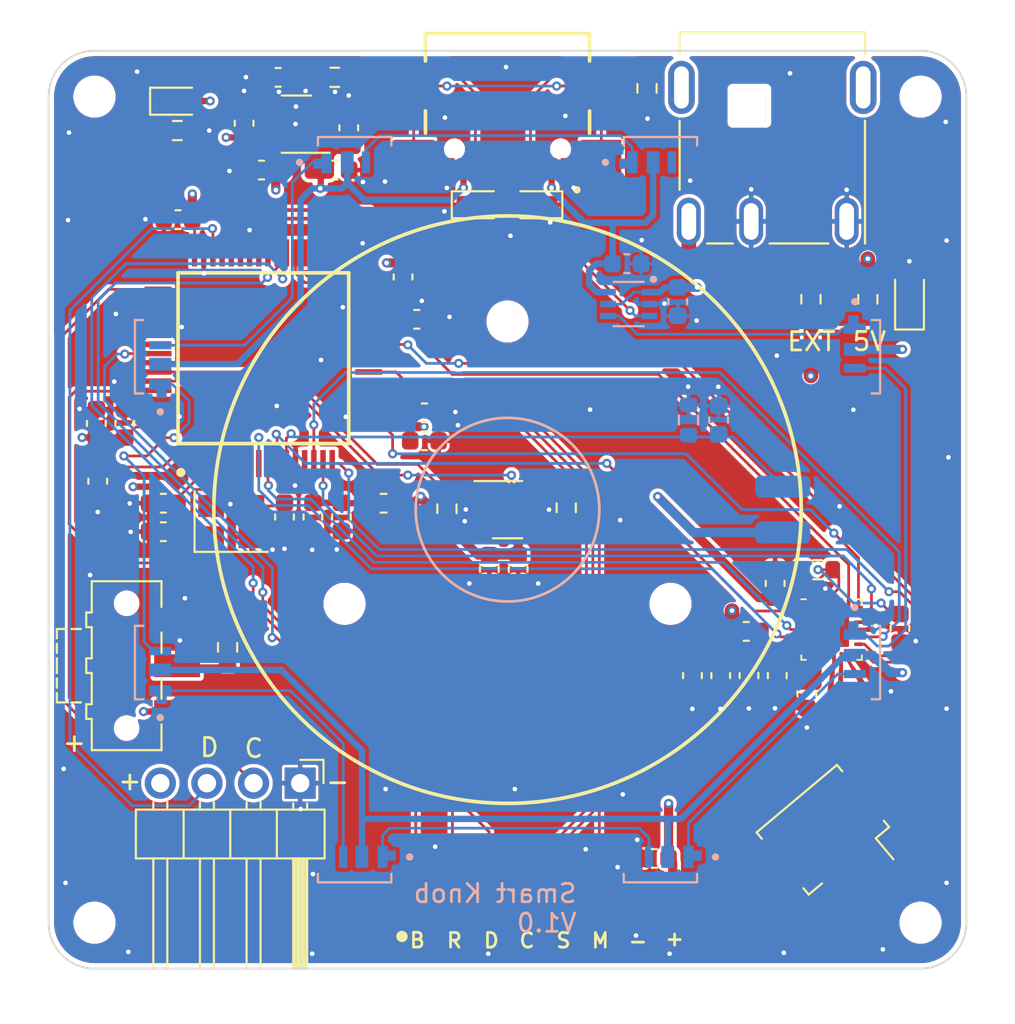
<source format=kicad_pcb>
(kicad_pcb (version 20221018) (generator pcbnew)
  (layers (0 "F.Cu" signal) (1 "In1.Cu" power) (2 "In2.Cu" power) (31 "B.Cu" signal) (34 "B.Paste" user) (35 "F.Paste" user) (36 "B.SilkS" user "B.Silkscreen") (37 "F.SilkS" user "F.Silkscreen") (38 "B.Mask" user) (39 "F.Mask" user) (44 "Edge.Cuts" user))
  (net 0 "")
  (net 1 "+3.3V")
  (net 2 "GND")
  (net 3 "+3.3VA")
  (net 4 "+5V")
  (net 5 "Net-(U1-CP)")
  (net 6 "VM")
  (net 7 "AVDD")
  (net 8 "SENSE_FORCE")
  (net 9 "Net-(U2-BYP)")
  (net 10 "USB_D+")
  (net 11 "USB_D-")
  (net 12 "/CC2")
  (net 13 "Net-(U5-VCAP1)")
  (net 14 "/CC1")
  (net 15 "Net-(D3-K)")
  (net 16 "Net-(D4-DOUT)")
  (net 17 "SWCLK")
  (net 18 "LCD_BACKLIGHT")
  (net 19 "LCD_DC")
  (net 20 "LCD_CS")
  (net 21 "LCD_SCK")
  (net 22 "LCD_MOSI")
  (net 23 "VM_EXT")
  (net 24 "SDA")
  (net 25 "SCL")
  (net 26 "Net-(D5-DOUT)")
  (net 27 "PWM_HA")
  (net 28 "PWM_LA")
  (net 29 "PWM_HB")
  (net 30 "PWM_LB")
  (net 31 "SENSE_A")
  (net 32 "SENSE_B")
  (net 33 "LED_3V3")
  (net 34 "SENSE_C")
  (net 35 "PWM_HC")
  (net 36 "PWM_LC")
  (net 37 "Net-(D6-DOUT)")
  (net 38 "LED_5V")
  (net 39 "Net-(D7-DOUT)")
  (net 40 "/PHASE_C")
  (net 41 "/PHASE_B")
  (net 42 "/PHASE_A")
  (net 43 "OSC_IN")
  (net 44 "OSC_OUT")
  (net 45 "/NRST")
  (net 46 "/BOOT0")
  (net 47 "Net-(D8-DOUT)")
  (net 48 "Net-(D10-DIN)")
  (net 49 "SWDIO")
  (net 50 "LCD_RST")
  (net 51 "Net-(D10-DOUT)")
  (net 55 "unconnected-(J2-SHIELD-PadS1)")
  (net 56 "Net-(U1-nFAULT)")
  (net 57 "Net-(SW1-B)")
  (footprint "Package_TO_SOT_SMD:SOT-23-5" (layer "F.Cu") (at 164 90 180)
    (fp_text reference "U2" hide)
    (fp_text value "LD3985M33R_SOT23")
  )
  (footprint "Package_TO_SOT_SMD:SOT-23-6" (layer "F.Cu") (at 175.5 111)
    (fp_text reference "U4" hide)
    (fp_text value "TLV493D")
  )
  (footprint "Capacitor_SMD:C_0603_1608Metric" (layer "F.Cu") (at 170.975 107.25)
    (fp_text reference "C32" hide)
    (fp_text value "1u")
  )
  (footprint "smart_knob_footprints:MountingHole_1.8mm_M1.6" (layer "F.Cu") (at 166.62 116.13)
    (fp_text reference "H6" hide)
    (fp_text value "MountingHole")
  )
  (footprint "Resistor_SMD:R_0603_1608Metric" (layer "F.Cu") (at 192.39 114.27)
    (fp_text reference "R2" hide)
    (fp_text value "5k1")
  )
  (footprint "Connector_Molex:Molex_PicoBlade_53261-0371_1x03-1MP_P1.25mm_Horizontal" (layer "F.Cu") (at 193 128.820187 -140)
    (fp_text reference "J4" hide)
    (fp_text value "Conn_01x03_Male")
  )
  (footprint "Resistor_SMD:R_0603_1608Metric" (layer "F.Cu") (at 178.7 110.9 90)
    (fp_text reference "R6" hide)
    (fp_text value "4k7")
  )
  (footprint "Capacitor_SMD:C_0603_1608Metric" (layer "F.Cu") (at 174.51 114.25 -90)
    (fp_text reference "C18" hide)
    (fp_text value "100n")
  )
  (footprint "Capacitor_SMD:C_0603_1608Metric" (layer "F.Cu") (at 183.5 130 180)
    (fp_text reference "C5" hide)
    (fp_text value "10u")
  )
  (footprint "Button_Switch_SMD:SW_SPDT_CK-JS102011SAQN" (layer "F.Cu") (at 154.75 119.5 -90)
    (fp_text reference "SW1" hide)
    (fp_text value "SW_SPDT")
  )
  (footprint "USB4110-GF-A_REVB:GCT_USB4110-GF-A_REVB_USB2.0" (layer "F.Cu") (at 175.5 91.35 180)
    (fp_text reference "J2" hide)
    (fp_text value "USB_C_Receptacle_USB2.0")
  )
  (footprint "smart_knob_footprints:QFP50P1200X1200X160-64N" (layer "F.Cu") (at 162.2 102.75 90)
    (fp_text reference "U5" hide)
    (fp_text value "STM32F401Rx" hide)
  )
  (footprint "Capacitor_SMD:C_0603_1608Metric" (layer "F.Cu") (at 190.08 115.02 90)
    (fp_text reference "C1" hide)
    (fp_text value "100n")
  )
  (footprint "smart_knob_footprints:MountingHole_1.8mm_M1.6" (layer "F.Cu") (at 175.5 100.75)
    (fp_text reference "H5" hide)
    (fp_text value "MountingHole")
  )
  (footprint "Capacitor_SMD:C_0603_1608Metric" (layer "F.Cu") (at 196.88 117.46 -90)
    (fp_text reference "C9" hide)
    (fp_text value "1u")
  )
  (footprint "Resistor_SMD:R_0603_1608Metric" (layer "F.Cu") (at 160.25 118.5 90)
    (fp_text reference "R9" hide)
    (fp_text value "10k")
  )
  (footprint "Capacitor_SMD:C_0603_1608Metric" (layer "F.Cu") (at 153.1 106.3 90)
    (fp_text reference "C21" hide)
    (fp_text value "10u")
  )
  (footprint "Diode_SMD:D_0603_1608Metric" (layer "F.Cu") (at 173.95 94.39)
    (fp_text reference "D1" hide)
    (fp_text value "D_TVS")
  )
  (footprint "Capacitor_SMD:C_0603_1608Metric" (layer "F.Cu") (at 156.75 110.65 180)
    (fp_text reference "C27" hide)
    (fp_text value "100n")
  )
  (footprint "Crystal:Crystal_SMD_Abracon_ABM8G-4Pin_3.2x2.5mm" (layer "F.Cu") (at 160.45 111.65)
    (fp_text reference "Y1" hide)
    (fp_text value "16MHz")
  )
  (footprint "Capacitor_SMD:C_0603_1608Metric" (layer "F.Cu") (at 188.655 120.04 -90)
    (fp_text reference "C8" hide)
    (fp_text value "10u")
  )
  (footprint "smart_knob_footprints:MountingHole_1.8mm_M1.6" (layer "F.Cu") (at 198 133.5)
    (fp_text reference "H2" hide)
    (fp_text value "MountingHole")
  )
  (footprint "Capacitor_SMD:C_0603_1608Metric" (layer "F.Cu") (at 166.45 111.4 -90)
    (fp_text reference "C28" hide)
    (fp_text value "10n")
  )
  (footprint "Inductor_SMD:L_0603_1608Metric" (layer "F.Cu") (at 168.75 110.65)
    (fp_text reference "FB1" hide)
    (fp_text value "100R @ 100MHz")
  )
  (footprint "smart_knob_footprints:MountingHole_1.8mm_M1.6" (layer "F.Cu") (at 153 88.5)
    (fp_text reference "H3" hide)
    (fp_text value "MountingHole")
  )
  (footprint "Resistor_SMD:R_0603_1608Metric" (layer "F.Cu") (at 192.03 99.54 -90)
    (fp_text reference "JP1" hide)
    (fp_text value "Jumper_2_Bridged")
  )
  (footprint "smart_knob_footprints:LCD_Display" (layer "F.Cu") (at 177.5 132.5 90)
    (fp_text reference "J3" hide)
    (fp_text value "Conn_01x08_Male")
  )
  (footprint "Connector_PinHeader_2.54mm:PinHeader_1x04_P2.54mm_Horizontal" (layer "F.Cu") (at 164.205 125.9 -90)
    (fp_text reference "J1" hide)
    (fp_text value "Conn_01x04_Male")
  )
  (footprint "Capacitor_SMD:C_0603_1608Metric" (layer "F.Cu") (at 162.1 92.5 180)
    (fp_text reference "C17" hide)
    (fp_text value "10u")
  )
  (footprint "LED_SMD:LED_0603_1608Metric" (layer "F.Cu") (at 157.5125 88.75)
    (fp_text reference "D3" hide)
    (fp_text value "GREEN")
  )
  (footprint "Resistor_SMD:R_0603_1608Metric" (layer "F.Cu") (at 172.2 110.95 90)
    (fp_text reference "R7" hide)
    (fp_text value "4k7")
  )
  (footprint "Capacitor_SMD:C_0603_1608Metric" (layer "F.Cu") (at 170.975 105.725)
    (fp_text reference "C25" hide)
    (fp_text value "100n")
  )
  (footprint "Capacitor_SMD:C_0603_1608Metric" (layer "F.Cu") (at 191.805 121.03 90)
    (fp_text reference "C2" hide)
    (fp_text value "100n")
  )
  (footprint "Resistor_SMD:R_0603_1608Metric" (layer "F.Cu") (at 195.13 99.54 -90)
    (fp_text reference "JP2" hide)
    (fp_text value "Jumper_2_Open")
  )
  (footprint "Capacitor_SMD:C_0603_1608Metric" (layer "F.Cu") (at 176.08 114.25 -90)
    (fp_text reference "C20" hide)
    (fp_text value "1u")
  )
  (footprint "Capacitor_Tantalum_SMD:CP_EIA-2012-12_Kemet-R" (layer "F.Cu") (at 197.4 99.4775 90)
    (fp_text reference "C19" hide)
    (fp_text value "22u")
  )
  (footprint "Resistor_SMD:R_0603_1608Metric" (layer "F.Cu") (at 157.5125 90.35)
    (fp_text reference "R8" hide)
    (fp_text value "1k2")
  )
  (footprint "Capacitor_SMD:C_0603_1608Metric" (layer "F.Cu") (at 163 87.45 180)
    (fp_text reference "C14" hide)
    (fp_text value "10n")
  )
  (footprint "smart_knob_footprints:WQFN-24-3x3mm" (layer "F.Cu") (at 193.155 117.53)
    (fp_text reference "U1" hide)
    (fp_text value "DRV8311H")
  )
  (footprint "smart_knob_footprints:MountingHole_1.8mm_M1.6" (layer "F.Cu") (at 184.38 116.13)
    (fp_text reference "H7" hide)
    (fp_text value "MountingHole")
  )
  (footprint "Capacitor_SMD:C_0603_1608Metric" (layer "F.Cu") (at 166.1 92.5)
    (fp_text reference "C11" hide)
    (fp_text value "10u")
  )
  (footprint "Capacitor_SMD:C_0603_1608Metric" (layer "F.Cu") (at 161.15 89.95 90)
    (fp_text reference "C15" hide)
    (fp_text value "1u")
  )
  (footprint "Capacitor_SMD:C_0603_1608Metric" (layer "F.Cu") (at 169.81 98.33 -90)
    (fp_text reference "C23" hide)
    (fp_text value "100n")
  )
  (footprint "Capacitor_SMD:C_0603_1608Metric" (layer "F.Cu") (at 190.195 120.04 90)
    (fp_text reference "C6" hide)
    (fp_text value "100n")
  )
  (footprint "Capacitor_SMD:C_0603_1608Metric" (layer "F.Cu") (at 185.575 120.04 -90)
    (fp_text reference "C3" hide)
    (fp_text value "1u")
  )
  (footprint "Capacitor_SMD:C_0603_1608Metric" (layer "F.Cu") (at 188.505 117.63 180)
    (fp_text reference "C10" hide)
    (fp_text value "100n")
  )
  (footprint "Capacitor_SMD:C_0603_1608Metric" (layer "F.Cu") (at 157.55 95.2 180)
    (fp_text reference "C26" hide)
    (fp_text value "100n")
  )
  (footprint "Resistor_SMD:R_0603_1608Metric" (layer "F.Cu") (at 166.0875 87.45 180)
    (fp_text reference "R1" hide)
    (fp_text value "5k1")
  )
  (footprint "Capacitor_SMD:C_0603_1608Metric" (layer "F.Cu") (at 153.175 109.45 -90)
    (fp_text reference "C22" hide)
    (fp_text value "100n")
  )
  (footprint "Capacitor_SMD:C_0603_1608Metric" (layer "F.Cu") (at 170.56 100.63)
    (fp_text reference "C33" hide)
    (fp_text value "4.7u")
  )
  (footprint "Resistor_SMD:R_0603_1608Metric" (layer "F.Cu") (at 183.1 88.05 -90)
    (fp_text reference "R5" hide)
    (fp_text value "5k1")
  )
  (footprint "Capacitor_SMD:C_0603_1608Metric" (layer "F.Cu") (at 163.35 111.4 -90)
    (fp_text reference "C31" hide)
    (fp_text value "10p")
  )
  (footprint "Barrel-Jack-54-00127:TENSILITY_54-00127" (layer "F.Cu") (at 189.9255 90.7495 -90)
    (fp_text reference "J5" hide)
    (fp_text value "Barrel_Jack_Switch")
    (fp_line (start -2.65 0.35) (end -2.65 2.15) (stroke (width 0.01)) (layer "Edge.Cuts"))
    (fp_line (start -2.65 2.15) (end -0.85 2.15) (stroke (width 0.01)) (layer "Edge.Cuts"))
    (fp_line (start -0.85 0.35) (end -2.65 0.35) (stroke (width 0.01)) (layer "Edge.Cuts"))
    (fp_line (start -0.85 2.15) (end -0.85 0.35) (stroke (width 0.01)) (layer "Edge.Cuts"))
  )
  (footprint "Capacitor_SMD:C_0603_1608Metric" (layer "F.Cu") (at 164.9 111.4 -90)
    (fp_text reference "C29" hide)
    (fp_text value "1u")
  )
  (footprint "smart_knob_footprints:MountingHole_1.8mm_M1.6" (layer "F.Cu") (at 153 133.5)
    (fp_text reference "H1" hide)
    (fp_text value "MountingHole")
  )
  (footprint "Capacitor_SMD:C_0603_1608Metric" (layer "F.Cu") (at 166.85 90.2 90)
    (fp_text reference "C13" hide)
    (fp_text value "1u")
  )
  (footprint "Capacitor_SMD:C_0603_1608Metric" (layer "F.Cu") (at 187.115 120.04 -90)
    (fp_text reference "C4" hide)
    (fp_text value "10u")
  )
  (footprint "smart_knob_footprints:MountingHole_1.8mm_M1.6" (layer "F.Cu") (at 198 88.5)
    (fp_text reference "H4" hide)
    (fp_text value "MountingHole")
  )
  (footprint "Capacitor_SMD:C_0603_1608Metric" (layer "F.Cu") (at 154.65 106.3 90)
    (fp_text reference "C24" hide)
    (fp_text value "100n")
  )
  (footprint "Capacitor_SMD:C_0603_1608Metric" (layer "F.Cu") (at 156.75 112.2 180)
    (fp_text reference "C30" hide)
    (fp_text value "10p")
  )
  (footprint "Diode_SMD:D_0603_1608Metric" (layer "F.Cu") (at 177 94.39 180)
    (fp_text reference "D2" hide)
    (fp_text value "D_TVS")
  )
  (footprint "smart_knob_footprints:LED_IN-PI42TASPRPGPB" (layer "B.Cu") (at 195 119.33 -90)
    (fp_text reference "D5" hide)
    (fp_text value "IN-PI42TASPRPGPB")
  )
  (footprint "smart_knob_footprints:LED_IN-PI42TASPRPGPB" (layer "B.Cu") (at 167.17 91.5)
    (fp_text reference "D10" hide)
    (fp_text value "IN-PI42TASPRPGPB")
  )
  (footprint "Capacitor_SMD:C_0603_1608Metric" (layer "B.Cu") (at 187 106.12 90)
    (fp_text reference "C7" hide)
    (fp_text value "100n")
  )
  (footprint "smart_knob_footprints:LED_IN-PI42TASPRPGPB" (layer "B.Cu") (at 156 102.67 90)
    (fp_text reference "D9" hide)
    (fp_text value "IN-PI42TASPRPGPB")
  )
  (footprint "smart_knob_footprints:LED_IN-PI42TASPRPGPB" (layer "B.Cu") (at 183.83 130.5 180)
    (fp_text reference "D6" hide)
    (fp_text value "IN-PI42TASPRPGPB")
  )
  (footprint "Capacitor_SMD:C_0603_1608Metric" (layer "B.Cu") (at 184.77455 99.66675 90)
    (fp_text reference "C12" hide)
    (fp_text value "100n")
  )
  (footprint "smart_knob_footprints:LED_IN-PI42TASPRPGPB" (layer "B.Cu") (at 167.17 130.5 180)
    (fp_text reference "D7" hide)
    (fp_text value "IN-PI42TASPRPGPB")
  )
  (footprint "TXU0101DCKR:TXU0101DCKR" (layer "B.Cu") (at 182.1 99.8 180)
    (fp_text reference "U3" hide)
    (fp_text value "TXU0101")
  )
  (footprint "Resistor_SMD:R_0603_1608Metric" (layer "B.Cu") (at 185.36 106.12 90)
    (fp_text reference "R4" hide)
    (fp_text value "3k3")
  )
  (footprint "smart_knob_footprints:LED_IN-PI42TASPRPGPB" (layer "B.Cu") (at 195 102.67 -90)
    (fp_text reference "D4" hide)
    (fp_text value "IN-PI42TASPRPGPB")
  )
  (footprint "smart_knob_footprints:LED_IN-PI42TASPRPGPB" (layer "B.Cu") (at 183.83 91.5)
    (fp_text reference "D11" hide)
    (fp_text value "IN-PI42TASPRPGPB")
  )
  (footprint "smart_knob_footprints:Force_Sensor" (layer "B.Cu") (at 190.5 110.9975)
    (fp_text reference "R3" hide)
    (fp_text value "R_Variable")
  )
  (footprint "smart_knob_footprints:LED_IN-PI42TASPRPGPB" (layer "B.Cu") (at 156 119.33 90)
    (fp_text reference "D8" hide)
    (fp_text value "IN-PI42TASPRPGPB")
  )
  (footprint "Capacitor_SMD:C_0603_1608Metric" (layer "B.Cu") (at 182 97.6 180)
    (fp_text reference "C16" hide)
    (fp_text value "100n")
  )
  (gr_circle (center 175.5 111) (end 180.5 111.1) (stroke (width 0.15)) (fill none) (layer "B.SilkS"))
  (gr_circle (center 175.5 111) (end 191.5 111) (stroke (width 0.2)) (fill none) (layer "F.SilkS"))
  (gr_line (start 200.5 88.5) (end 200.5 133.5) (stroke (width 0.1)) (layer "Edge.Cuts"))
  (gr_arc (start 153 136) (mid 151.232233 135.267767) (end 150.5 133.5) (stroke (width 0.1)) (layer "Edge.Cuts"))
  (gr_line (start 150.5 133.5) (end 150.5 88.5) (stroke (width 0.1)) (layer "Edge.Cuts"))
  (gr_arc (start 198 86) (mid 199.767767 86.732233) (end 200.5 88.5) (stroke (width 0.1)) (layer "Edge.Cuts"))
  (gr_line (start 153 86) (end 198 86) (stroke (width 0.1)) (layer "Edge.Cuts"))
  (gr_arc (start 200.5 133.5) (mid 199.767767 135.267767) (end 198 136) (stroke (width 0.1)) (layer "Edge.Cuts"))
  (gr_line (start 198 136) (end 153 136) (stroke (width 0.1)) (layer "Edge.Cuts"))
  (gr_arc (start 150.5 88.5) (mid 151.232233 86.732233) (end 153 86) (stroke (width 0.1)) (layer "Edge.Cuts"))
  (gr_text "Smart Knob\nV1.0" (at 179.35 134.1) (layer "B.SilkS") (effects (font (size 1 1)) (justify left bottom mirror)))
  (gr_text "EXT" (at 190.65 102.43) (layer "F.SilkS") (effects (font (size 1 1)) (justify left bottom)))
  (gr_text "+" (at 184.01 134.83) (layer "F.SilkS") (effects (font (size 0.8 0.8)) (justify left bottom)))
  (gr_text "-" (at 165.53 126.39) (layer "F.SilkS") (effects (font (size 1 1)) (justify left bottom)))
  (gr_text "+" (at 151.9 123.675) (layer "F.SilkS") (effects (font (size 1 1))))
  (gr_text "5V" (at 194.21 102.42) (layer "F.SilkS") (effects (font (size 1 1)) (justify left bottom)))
  (gr_text "R" (at 172.11 134.94) (layer "F.SilkS") (effects (font (size 0.8 0.8)) (justify left bottom)))
  (gr_text "D" (at 158.66 124.54) (layer "F.SilkS") (effects (font (size 1 1)) (justify left bottom)))
  (gr_text "M" (at 180 134.94) (layer "F.SilkS") (effects (font (size 0.8 0.8)) (justify left bottom)))
  (gr_text "S" (at 178.07 134.94) (layer "F.SilkS") (effects (font (size 0.8 0.8)) (justify left bottom)))
  (gr_text "B" (at 170.09 134.93) (layer "F.SilkS") (effects (font (size 0.8 0.8)) (justify left bottom)))
  (gr_text "+" (at 154.21 126.35) (layer "F.SilkS") (effects (font (size 1 1)) (justify left bottom)))
  (gr_text "C" (at 161.08 124.59) (layer "F.SilkS") (effects (font (size 1 1)) (justify left bottom)))
  (gr_text "-" (at 182.01 134.97) (layer "F.SilkS") (effects (font (size 0.8 0.8)) (justify left bottom)))
  (gr_text "D" (at 174.12 134.94) (layer "F.SilkS") (effects (font (size 0.8 0.8)) (justify left bottom)))
  (gr_text "C" (at 176.06 134.94) (layer "F.SilkS") (effects (font (size 0.8 0.8)) (justify left bottom)))
  (segment (start 170.2 107.25) (end 170.2 106.48) (width 0.5) (layer "F.Cu") (net 1))
  (segment (start 158.33 95.195) (end 158.325 95.2) (width 0.5) (layer "F.Cu") (net 1))
  (segment (start 168.89 99) (end 169.06 98.83) (width 0.15) (layer "F.Cu") (net 1))
  (segment (start 161.15 90.725) (end 160.175 90.725) (width 0.35) (layer "F.Cu") (net 1))
  (segment (start 170.95 106.48) (end 170.2 106.48) (width 0.5) (layer "F.Cu") (net 1))
  (segment (start 169.81 97.74) (end 169.81 97.555) (width 0.15) (layer "F.Cu") (net 1))
  (segment (start 162.875 92.5) (end 162.875 93.585) (width 0.5) (layer "F.Cu") (net 1))
  (segment (start 169.06 98.49) (end 169.81 97.74) (width 0.15) (layer "F.Cu") (net 1))
  (segment (start 184.275 127.005) (end 184.275 130) (width 0.5) (layer "F.Cu") (net 1))
  (segment (start 191.372175 116.73) (end 190.437175 115.795) (width 0.15) (layer "F.Cu") (net 1))
  (segment (start 170.77 110.345) (end 172.2 111.775) (width 0.5) (layer "F.Cu") (net 1))
  (segment (start 156.462 106.5) (end 155.225 106.5) (width 0.15) (layer "F.Cu") (net 1))
  (segment (start 167.938 105.5) (end 168.9 105.5) (width 0.2) (layer "F.Cu") (net 1))
  (segment (start 168.91 97.56) (end 169.805 97.56) (width 0.5) (layer "F.Cu") (net 1))
  (segment (start 154.65 107.075) (end 153.1 107.075) (width 0.35) (layer "F.Cu") (net 1))
  (segment (start 176.6375 111.95) (end 178.475 111.95) (width 0.35) (layer "F.Cu") (net 1))
  (segment (start 173.9 113.475) (end 174.51 113.475) (width 0.5) (layer "F.Cu") (net 1))
  (segment (start 156.625 109.75) (end 157.525 110.65) (width 0.35) (layer "F.Cu") (net 1))
  (segment (start 174.51 113.475) (end 176.08 113.475) (width 0.5) (layer "F.Cu") (net 1))
  (segment (start 172.2 111.775) (end 173.9 113.475) (width 0.5) (layer "F.Cu") (net 1))
  (segment (start 155.225 106.5) (end 154.65 107.075) (width 0.15) (layer "F.Cu") (net 1))
  (segment (start 158.45 109.455026) (end 157.525 110.380026) (width 0.15) (layer "F.Cu") (net 1))
  (segment (start 162.875 93.585) (end 162.88 93.59) (width 0.5) (layer "F.Cu") (net 1))
  (segment (start 157.525 110.380026) (end 157.525 110.65) (width 0.15) (layer "F.Cu") (net 1))
  (segment (start 191.69 116.73) (end 191.372175 116.73) (width 0.15) (layer "F.Cu") (net 1))
  (segment (start 183.68 110.29) (end 183.69 110.29) (width 0.5) (layer "F.Cu") (net 1))
  (segment (start 183.69 110.29) (end 189.195 115.795) (width 0.5) (layer "F.Cu") (net 1))
  (segment (start 178.475 111.95) (end 178.7 111.725) (width 0.35) (layer "F.Cu") (net 1))
  (segment (start 176.08 112.5075) (end 176.6375 111.95) (width 0.5) (layer "F.Cu") (net 1))
  (segment (start 158.45 108.488) (end 158.45 109.455026) (width 0.15) (layer "F.Cu") (net 1))
  (segment (start 168.9 105.5) (end 169.15 105.75) (width 0.2) (layer "F.Cu") (net 1))
  (segment (start 170.2 106.48) (end 170.2 105.725) (width 0.5) (layer "F.Cu") (net 1))
  (segment (start 155.1 109.75) (end 156.625 109.75) (width 0.35) (layer "F.Cu") (net 1))
  (segment (start 184.5 130.225) (end 184.275 130) (width 0.35) (layer "F.Cu") (net 1))
  (segment (start 158.45 97.012) (end 158.45 95.325) (width 0.15) (layer "F.Cu") (net 1))
  (segment (start 190.437175 115.795) (end 190.08 115.795) (width 0.15) (layer "F.Cu") (net 1))
  (segment (start 155.67 122) (end 157.5 122) (width 0.35) (layer "F.Cu") (net 1))
  (segment (start 170.475 110.575) (end 169.6125 110.575) (width 0.5) (layer "F.Cu") (net 1))
  (segment (start 169.805 97.56) (end 169.81 97.555) (width 0.5) (layer "F.Cu") (net 1))
  (segment (start 158.45 95.325) (end 158.325 95.2) (width 0.15) (layer "F.Cu") (net 1))
  (segment (start 170.175 105.75) (end 170.2 105.725) (width 0.15) (layer "F.Cu") (net 1))
  (segment (start 184.5 132.5) (end 184.5 130.225) (width 0.5) (layer "F.Cu") (net 1))
  (segment (start 159.3 88.74) (end 158.31 88.74) (width 0.35) (layer "F.Cu") (net 1))
  (segment (start 169.06 98.83) (end 169.06 98.49) (width 0.15) (layer "F.Cu") (net 1))
  (segment (start 158.31 88.74) (end 158.3 88.75) (width 0.35) (layer "F.Cu") (net 1))
  (segment (start 169.6125 110.575) (end 169.5375 110.65) (width 0.15) (layer "F.Cu") (net 1))
  (segment (start 189.195 115.795) (end 190.08 115.795) (width 0.5) (layer "F.Cu") (net 1))
  (segment (start 170.77 110.28) (end 170.475 110.575) (width 0.5) (layer "F.Cu") (net 1))
  (segment (start 167.938 99) (end 168.89 99) (width 0.15) (layer "F.Cu") (net 1))
  (segment (start 176.08 113.475) (end 176.08 112.5075) (width 0.5) (layer "F.Cu") (net 1))
  (segment (start 158.33 93.8) (end 158.33 95.195) (width 0.5) (layer "F.Cu") (net 1))
  (segment (start 152.3245 107.07) (end 153.095 107.07) (width 0.35) (layer "F.Cu") (net 1))
  (segment (start 153.095 107.07) (end 153.1 107.075) (width 0.35) (layer "F.Cu") (net 1))
  (segment (start 169.15 105.75) (end 170.175 105.75) (width 0.2) (layer "F.Cu") (net 1))
  (segment (start 170.77 110.28) (end 170.77 110.345) (width 0.5) (layer "F.Cu") (net 1))
  (via (at 155.1 109.75) (size 0.5) (drill 0.25) (layers "F.Cu" "B.Cu") (net 1))
  (via (at 168.91 97.56) (size 0.5) (drill 0.25) (layers "F.Cu" "B.Cu") (net 1))
  (via (at 184.275 127.005) (size 0.5) (drill 0.25) (layers "F.Cu" "B.Cu") (net 1))
  (via (at 159.3 88.74) (size 0.5) (drill 0.25) (layers "F.Cu" "B.Cu") (net 1))
  (via (at 170.77 110.28) (size 0.5) (drill 0.25) (layers "F.Cu" "B.Cu") (net 1))
  (via (at 160.17 90.72) (size 0.5) (drill 0.25) (layers "F.Cu" "B.Cu") (net 1))
  (via (at 155.67 122) (size 0.5) (drill 0.25) (layers "F.Cu" "B.Cu") (net 1))
  (via (at 152.3245 107.07) (size 0.5) (drill 0.25) (layers "F.Cu" "B.Cu") (net 1))
  (via (at 185.83 98.89) (size 0.5) (drill 0.25) (layers "F.Cu" "B.Cu") (net 1))
  (via (at 183.68 110.29) (size 0.5) (drill 0.25) (layers "F.Cu" "B.Cu") (net 1))
  (via (at 158.33 93.8) (size 0.5) (drill 0.25) (layers "F.Cu" "B.Cu") (net 1))
  (via (at 170.95 106.48) (size 0.5) (drill 0.25) (layers "F.Cu" "B.Cu") (net 1))
  (via (at 162.88 93.59) (size 0.5) (drill 0.25) (layers "F.Cu" "B.Cu") (net 1))
  (segment (start 185.83 98.89) (end 185.82825 98.89175) (width 0.5) (layer "B.Cu") (net 1))
  (segment (start 181.725 99.8) (end 182.374999 99.150001) (width 0.15) (layer "B.Cu") (net 1))
  (segment (start 184.77455 98.89175) (end 184.07075 98.89175) (width 0.35) (layer "B.Cu") (net 1))
  (segment (start 185.82825 98.89175) (end 184.77455 98.89175) (width 0.5) (layer "B.Cu") (net 1))
  (segment (start 183.68 110.29) (end 185.6375 112.2475) (width 0.5) (layer "B.Cu") (net 1))
  (segment (start 180.97605 99.8) (end 181.725 99.8) (width 0.15) (layer "B.Cu") (net 1))
  (segment (start 184.07075 98.89175) (end 183.812499 99.150001) (width 0.35) (layer "B.Cu") (net 1))
  (segment (start 185.6375 112.2475) (end 190.5 112.2475) (width 0.5) (layer "B.Cu") (net 1))
  (segment (start 183.812499 99.150001) (end 183.22395 99.150001) (width 0.35) (layer "B.Cu") (net 1))
  (segment (start 182.374999 99.150001) (end 183.22395 99.150001) (width 0.15) (layer "B.Cu") (net 1))
  (segment (start 192.885 116.065) (end 192.885 117.26) (width 0.15) (layer "F.Cu") (net 2))
  (segment (start 192.885 118.995) (end 192.885 117.8) (width 0.15) (layer "F.Cu") (net 2))
  (segment (start 194.62 117.53) (end 193.155 117.53) (width 0.15) (layer "F.Cu") (net 2))
  (segment (start 192.885 117.8) (end 193.155 117.53) (width 0.15) (layer "F.Cu") (net 2))
  (segment (start 192.885 117.26) (end 193.155 117.53) (width 0.15) (layer "F.Cu") (net 2))
  (via (at 162.93 105.35) (size 0.5) (drill 0.25) (layers "F.Cu" "B.Cu") (net 2))
  (via (at 154.075 104.025) (size 0.5) (drill 0.25) (layers "F.Cu" "B.Cu") (net 2))
  (via (at 172.059361 94.7495) (size 0.5) (drill 0.25) (layers "F.Cu" "B.Cu") (net 2))
  (via (at 187.1 121.85) (size 0.5) (drill 0.25) (layers "F.Cu" "B.Cu") (net 2))
  (via (at 190.07 121.82) (size 0.5) (drill 0.25) (layers "F.Cu" "B.Cu") (net 2))
  (via (at 153.1755 111.12746) (size 0.5) (drill 0.25) (layers "F.Cu" "B.Cu") (net 2))
  (via (at 154.16 100.34) (size 0.5) (drill 0.25) (layers "F.Cu" "B.Cu") (net 2))
  (via (at 193.59 110.82) (size 0.5) (drill 0.25) (layers "F.Cu" "B.Cu") (net 2))
  (via (at 193.975 93.575) (size 0.5) (drill 0.25) (layers "F.Cu" "B.Cu") (net 2))
  (via (at 161.25 87.44) (size 0.5) (drill 0.25) (layers "F.Cu" "B.Cu") (net 2))
  (via (at 152.1845 105.51) (size 0.5) (drill 0.25) (layers "F.Cu" "B.Cu") (net 2))
  (via (at 163.975806 89.041306) (size 0.5) (drill 0.25) (layers "F.Cu" "B.Cu") (net 2))
  (via (at 192.816026 115.299631) (size 0.5) (drill 0.25) (layers "F.Cu" "B.Cu") (net 2))
  (via (at 164.86 135.19) (size 0.5) (drill 0.25) (layers "F.Cu" "B.Cu") (net 2))
  (via (at 161.15 88.19) (size 0.5) (drill 0.25) (layers "F.Cu" "B.Cu") (net 2))
  (via (at 199.42 131.33) (size 0.5) (drill 0.25) (layers "F.Cu" "B.Cu") (net 2))
  (via (at 177.76 111) (size 0.5) (drill 0.25) (layers "F.Cu" "B.Cu") (net 2))
  (via (at 166.525 99.9745) (size 0.5) (drill 0.25) (layers "F.Cu" "B.Cu") (net 2))
  (via (at 188.65 121.83) (size 0.5) (drill 0.25) (layers "F.Cu" "B.Cu") (net 2))
  (via (at 191.81 122.87) (size 0.5) (drill 0.25) (layers "F.Cu" "B.Cu") (net 2))
  (via (at 168.86 126.22) (size 0.5) (drill 0.25) (layers "F.Cu" "B.Cu") (net 2))
  (via (at 173.17 111.63) (size 0.5) (drill 0.25) (layers "F.Cu" "B.Cu") (net 2))
  (via (at 173.23 110.99) (size 0.5) (drill 0.25) (layers "F.Cu" "B.Cu") (net 2))
  (via (at 199.37 89.88) (size 0.5) (drill 0.25) (layers "F.Cu" "B.Cu") (net 2))
  (via (at 179.100688 93.459312) (size 0.5) (drill 0.25) (layers "F.Cu" "B.Cu") (net 2))
  (via (at 166.2 113.17) (size 0.5) (drill 0.25) (layers "F.Cu" "B.Cu") (net 2))
  (via (at 177.825 95.35) (size 0.5) (drill 0.25) (layers "F.Cu" "B.Cu") (net 2))
  (via (at 199.42 96.34) (size 0.5) (drill 0.25) (layers "F.Cu" "B.Cu") (net 2))
  (via (at 168.825 93.125) (size 0.5) (drill 0.25) (layers "F.Cu" "B.Cu") (net 2))
  (via (at 178.65 89.55) (size 0.5) (drill 0.25) (layers "F.Cu" "B.Cu") (net 2))
  (via (at 175.66 96.08) (size 0.5) (drill 0.25) (layers "F.Cu" "B.Cu") (net 2))
  (via (at 173.42 115.02) (size 0.5) (drill 0.25) (layers "F.Cu" "B.Cu") (net 2))
  (via (at 182.81 96.32) (size 0.5) (drill 0.25) (layers "F.Cu" "B.Cu") (net 2))
  (via (at 158.9745 98.125) (size 0.5) (drill 0.25) (layers "F.Cu" "B.Cu") (net 2))
  (via (at 166.85 88.44) (size 0.5) (drill 0.25) (layers "F.Cu" "B.Cu") (net 2))
  (via (at 194.34 105.56) (size 0.5) (drill 0.25) (layers "F.Cu" "B.Cu") (net 2))
  (via (at 188.775 93.55) (size 0.5) (drill 0.25) (layers "F.Cu" "B.Cu") (net 2))
  (via (at 165.34 102.85) (size 0.5) (drill 0.25) (layers "F.Cu" "B.Cu") (net 2))
  (via (at 164.23 127.31) (size 0.5) (drill 0.25) (layers "F.Cu" "B.Cu") (net 2))
  (via (at 199.42 121.84) (size 0.5) (drill 0.25) (layers "F.Cu" "B.Cu") (net 2))
  (via (at 185.34 104.3) (size 0.5) (drill 0.25) (layers "F.Cu" "B.Cu") (net 2))
  (via (at 155.32 87.14) (size 0.5) (drill 0.25) (layers "F.Cu" "B.Cu") (net 2))
  (via (at 157.75 101.05) (size 0.5) (drill 0.25) (layers "F.Cu" "B.Cu") (net 2))
  (via (at 185.8 100.7) (size 0.5) (drill 0.25) (layers "F.Cu" "B.Cu") (net 2))
  (via (at 172.09 89.64) (size 0.5) (drill 0.25) (layers "F.Cu" "B.Cu") (net 2))
  (via (at 151.56 95.23) (size 0.5) (drill 0.25) (layers "F.Cu" "B.Cu") (net 2))
  (via (at 164.5 88.19) (size 0.5) (drill 0.25) (layers "F.Cu" "B.Cu") (net 2))
  (via (at 157.65 118.125) (size 0.5) (drill 0.25) (layers "F.Cu" "B.Cu") (net 2))
  (via (at 170.83 99.6245) (size 0.5) (drill 0.25) (layers "F.Cu" "B.Cu") (net 2))
  (via (at 157.625 105.925) (size 0.5) (drill 0.25) (layers "F.Cu" "B.Cu") (net 2))
  (via (at 164.9 130.85) (size 0.5) (drill 0.25) (layers "F.Cu" "B.Cu") (net 2))
  (via (at 182.566372 128.983128) (size 0.5) (drill 0.25) (layers "F.Cu" "B.Cu") (net 2))
  (via (at 174.45 135.19) (size 0.5) (drill 0.25) (layers "F.Cu" "B.Cu") (net 2))
  (via (at 151.42 131.33) (size 0.5) (drill 0.25) (layers "F.Cu" "B.Cu") (net 2))
  (via (at 154.92 110.66) (size 0.5) (drill 0.25) (layers "F.Cu" "B.Cu") (net 2))
  (via (at 172.66 105.68) (size 0.5) (drill 0.25) (layers "F.Cu" "B.Cu") (net 2))
  (via (at 190.89 87.23) (size 0.5) (drill 0.25) (layers "F.Cu" "B.Cu") (net 2))
  (via (at 154.9705 112.21) (size 0.5) (drill 0.25) (layers "F.Cu" "B.Cu") (net 2))
  (via (at 159.25 90.35) (size 0.5) (drill 0.25) (layers "F.Cu" "B.Cu") (net 2))
  (via (at 161.45 95.77) (size 0.5) (drill 0.25) (layers "F.Cu" "B.Cu") (net 2))
  (via (at 184.05 99.7745) (size 0.5) (drill 0.25) (layers "F.Cu" "B.Cu") (net 2))
  (via (at 184.33 135.19) (size 0.5) (drill 0.25) (layers "F.Cu" "B.Cu") (net 2))
  (via (at 157.925 115.825) (size 0.5) (drill 0.25) (layers "F.Cu" "B.Cu") (net 2))
  (via (at 197.39 97.47) (size 0.5) (drill 0.25) (layers "F.Cu" "B.Cu") (net 2))
  (via (at 199.52 108.15) (size 0.5) (drill 0.25) (layers "F.Cu" "B.Cu") (net 2))
  (via (at 181.64 111.57) (size 0.5) (drill 0.25) (layers "F.Cu" "B.Cu") (net 2))
  (via (at 172.34 100.5) (size 0.5) (drill 0.25) (layers "F.Cu" "B.Cu") (net 2))
  (via (at 196.39 120.9) (size 0.5) (drill 0.25) (layers "F.Cu" "B.Cu") (net 2))
  (via (at 154.84 135.09) (size 0.5) (drill 0.25) (layers "F.Cu" "B.Cu") (net 2))
  (via (at 177.17 115.02) (size 0.5) (drill 0.25) (layers "F.Cu" "B.Cu") (net 2))
  (via (at 163.9255 109.68622) (size 0.5) (drill 0.25) (layers "F.Cu" "B.Cu") (net 2))
  (via (at 163.35 113.13) (size 0.5) (drill 0.25) (layers "F.Cu" "B.Cu") (net 2))
  (via (at 166.69 105.94) (size 0.5) (drill 0.25) (layers "F.Cu" "B.Cu") (net 2))
  (via (at 175.42 86.89) (size 0.5) (drill 0.25) (layers "F.Cu" "B.Cu") (net 2))
  (via (at 160.35 92.55) (size 0.5) (drill 0.25) (layers "F.Cu" "B.Cu") (net 2))
  (via (at 181.5 130.475) (size 0.5) (drill 0.25) (layers "F.Cu" "B.Cu") (net 2))
  (via (at 152.76 114.56) (size 0.5) (drill 0.25) (layers "F.Cu" "B.Cu") (net 2))
  (via (at 155.775 95.175) (size 0.5) (drill 0.25) (layers "F.Cu" "B.Cu") (net 2))
  (via (at 151.32 125.12) (size 0.5) (drill 0.25) (layers "F.Cu" "B.Cu") (net 2))
  (via (at 151.61 90.46) (size 0.5) (drill 0.25) (layers "F.Cu" "B.Cu") (net 2))
  (via (at 167.61 96.49) (size 0.5) (drill 0.25) (layers "F.Cu" "B.Cu") (net 2))
  (via (at 172.195911 93.470911) (size 0.5) (drill 0.25) (layers "F.Cu" "B.Cu") (net 2))
  (via (at 179.76 129.5) (size 0.5) (drill 0.25) (layers "F.Cu" "B.Cu") (net 2))
  (via (at 166.1 88.24) (size 0.5) (drill 0.25) (layers "F.Cu" "B.Cu") (net 2))
  (via (at 163.95 89.99) (size 0.5) (drill 0.25) (layers "F.Cu" "B.Cu") (net 2))
  (via (at 162.695878 113.179122) (size 0.5) (drill 0.25) (layers "F.Cu" "B.Cu") (net 2))
  (via (at 172.8 106.4) (size 0.5) (drill 0.25) (layers "F.Cu" "B.Cu") (net 2))
  (via (at 160.400498 110.7) (size 0.5) (drill 0.25) (layers "F.Cu" "B.Cu") (net 2))
  (via (at 171.56 129.36) (size 0.5) (drill 0.25) (layers "F.Cu" "B.Cu") (net 2))
  (via (at 180 105.55) (size 0.5) (drill 0.25) (layers "F.Cu" "B.Cu") (net 2))
  (via (at 195.563365 117.331365) (size 0.5) (drill 0.25) (layers "F.Cu" "B.Cu") (net 2))
  (via (at 183.125 89.7) (size 0.5) (drill 0.25) (layers "F.Cu" "B.Cu") (net 2))
  (via (at 185.45 93.075) (size 0.5) (drill 0.25) (layers "F.Cu" "B.Cu") (net 2))
  (via (at 186.98 104.305878) (size 0.5) (drill 0.25) (layers "F.Cu" "B.Cu") (net 2))
  (via (at 190.17 102.61) (size 0.5) (drill 0.25) (layers "F.Cu" "B.Cu") (net 2))
  (via (at 181.78 126.51) (size 0.5) (drill 0.25) (layers "F.Cu" "B.Cu") (net 2))
  (via (at 182.5 134.2) (size 0.5) (drill 0.25) (layers "F.Cu" "B.Cu") (net 2))
  (via (at 167.625 93.15) (size 0.5) (drill 0.25) (layers "F.Cu" "B.Cu") (net 2))
  (via (at 185.57 121.85) (size 0.5) (drill 0.25) (layers "F.Cu" "B.Cu") (net 2))
  (via (at 190.55 135.14) (size 0.5) (drill 0.25) (layers "F.Cu" "B.Cu") (net 2))
  (via (at 195.95 134.95) (size 0.5) (drill 0.25) (layers "F.Cu" "B.Cu") (net 2))
  (via (at 163.05 88.24) (size 0.5) (drill 0.25) (layers "F.Cu" "B.Cu") (net 2))
  (via (at 197.74 118.16) (size 0.5) (drill 0.25) (layers "F.Cu" "B.Cu") (net 2))
  (via (at 175.9 126.22) (size 0.5) (drill 0.25) (layers "F.Cu" "B.Cu") (net 2))
  (via (at 164.86 113.19) (size 0.5) (drill 0.25) (layers "F.Cu" "B.Cu") (net 2))
  (segment (start 164.9 110.625) (end 164.9 110.25) (width 0.15) (layer "F.Cu") (net 3))
  (segment (start 164.9 110.25) (end 164.45 109.8) (width 0.15) (layer "F.Cu") (net 3))
  (segment (start 167.9625 110.65) (end 166.475 110.65) (width 0.35) (layer "F.Cu") (net 3))
  (segment (start 166.45 110.625) (end 164.9 110.625) (width 0.35) (layer "F.Cu") (net 3))
  (segment (start 164.45 109.8) (end 164.45 108.488) (width 0.15) (layer "F.Cu") (net 3))
  (segment (start 166.475 110.65) (end 166.45 110.625) (width 0.35) (layer "F.Cu") (net 3))
  (segment (start 165.325 93.475) (end 165.325 92.5) (width 0.35) (layer "F.Cu") (net 4))
  (segment (start 165.3 93.5) (end 165.325 93.475) (width 0.35) (layer "F.Cu") (net 4))
  (segment (start 173.1 92.425) (end 173.1 93.4655) (width 0.35) (layer "F.Cu") (net 4))
  (segment (start 177.9 92.425) (end 177.9 93.4655) (width 0.35) (layer "F.Cu") (net 4))
  (segment (start 195.13 97.33) (end 195.13 98.715) (width 0.8) (layer "F.Cu") (net 4))
  (via (at 177.9 93.4655) (size 0.5) (drill 0.25) (layers "F.Cu" "B.Cu") (net 4))
  (via (at 195.13 97.33) (size 0.5) (drill 0.25) (layers "F.Cu" "B.Cu") (net 4))
  (via (at 197.02 119.88) (size 0.5) (drill 0.25) (layers "F.Cu" "B.Cu") (net 4))
  (via (at 165.3 93.5) (size 0.5) (drill 0.25) (layers "F.Cu" "B.Cu") (net 4))
  (via (at 173.1 93.4655) (size 0.5) (drill 0.25) (layers "F.Cu" "B.Cu") (net 4))
  (via (at 197.02 102.27) (size 0.5) (drill 0.25) (layers "F.Cu" "B.Cu") (net 4))
  (segment (start 180.375001 99.150001) (end 179.95 98.725) (width 0.35) (layer "B.Cu") (net 4))
  (segment (start 156.58 119.73) (end 163.18 119.73) (width 0.35) (layer "B.Cu") (net 4))
  (segment (start 181.225 95.425) (end 181.175 95.375) (width 0.35) (layer "B.Cu") (net 4))
  (segment (start 167.57 124.13) (end 167.57 129.92) (width 0.35) (layer "B.Cu") (net 4))
  (segment (start 173.0845 93.4655) (end 172.425 94.125) (width 0.35) (layer "B.Cu") (net 4))
  (segment (start 163.18 119.73) (end 167.575 124.125) (width 0.35) (layer "B.Cu") (net 4))
  (segment (start 166.77 93.2075) (end 166.77 92.08) (width 0.35) (layer "B.Cu") (net 4))
  (segment (start 180.97605 99.150001) (end 180.375001 99.150001) (width 0.35) (layer "B.Cu") (net 4))
  (segment (start 177.9 93.4655) (end 177.9 93.575) (width 0.35) (layer "B.Cu") (net 4))
  (segment (start 165.3 93.5) (end 166.4775 93.5) (width 0.35) (layer "B.Cu") (net 4))
  (segment (start 184.955 127.845) (end 184.23 127.845) (width 0.35) (layer "B.Cu") (net 4))
  (segment (start 179.95 97.975) (end 180.325 97.6) (width 0.35) (layer "B.Cu") (net 4))
  (segment (start 184.23 129.92) (end 184.23 127.845) (width 0.35) (layer "B.Cu") (net 4))
  (segment (start 167.6875 94.125) (end 166.77 93.2075) (width 0.35) (layer "B.Cu") (net 4))
  (segment (start 179.7 95.375) (end 181.175 95.375) (width 0.35) (layer "B.Cu") (net 4))
  (segment (start 166.4775 93.5) (end 166.77 93.2075) (width 0.35) (layer "B.Cu") (net 4))
  (segment (start 195.403538 118.93) (end 194.42 118.93) (width 0.5) (layer "B.Cu") (net 4))
  (segment (start 197.02 119.88) (end 196.353538 119.88) (width 0.5) (layer "B.Cu") (net 4))
  (segment (start 181.225 97.6) (end 181.225 95.425) (width 0.35) (layer "B.Cu") (net 4))
  (segment (start 181.175 95.375) (end 183.009 95.375) (width 0.35) (layer "B.Cu") (net 4))
  (segment (start 183.43 94.954) (end 183.43 92.08) (width 0.35) (layer "B.Cu") (net 4))
  (segment (start 173.1 93.4655) (end 173.0845 93.4655) (width 0.35) (layer "B.Cu") (net 4))
  (segment (start 194.42 118.93) (end 193.87 118.93) (width 0.35) (layer "B.Cu") (net 4))
  (segment (start 196.353538 119.88) (end 195.403538 118.93) (width 0.5) (layer "B.Cu") (net 4))
  (segment (start 164.225 99.636396) (end 160.791396 103.07) (width 0.35) (layer "B.Cu") (net 4))
  (segment (start 167.57 127.845) (end 184.23 127.845) (width 0.35) (layer "B.Cu") (net 4))
  (segment (start 160.791396 103.07) (end 156.58 103.07) (width 0.35) (layer "B.Cu") (net 4))
  (segment (start 177.9 93.575) (end 179.7 95.375) (width 0.35) (layer "B.Cu") (net 4))
  (segment (start 179.95 98.725) (end 179.95 97.975) (width 0.35) (layer "B.Cu") (net 4))
  (segment (start 197.02 102.27) (end 194.42 102.27) (width 0.5) (layer "B.Cu") (net 4))
  (segment (start 167.575 124.125) (end 167.57 124.13) (width 0.35) (layer "B.Cu") (net 4))
  (segment (start 164.225 94.136396) (end 164.225 99.636396) (width 0.35) (layer "B.Cu") (net 4))
  (segment (start 180.325 97.6) (end 181.225 97.6) (width 0.35) (layer "B.Cu") (net 4))
  (segment (start 172.425 94.125) (end 167.6875 94.125) (width 0.35) (layer "B.Cu") (net 4))
  (segment (start 183.009 95.375) (end 183.43 94.954) (width 0.35) (layer "B.Cu") (net 4))
  (segment (start 193.87 118.93) (end 184.955 127.845) (width 0.35) (layer "B.Cu") (net 4))
  (segment (start 165.3 93.5) (end 164.861396 93.5) (width 0.35) (layer "B.Cu") (net 4))
  (segment (start 164.861396 93.5) (end 164.225 94.136396) (width 0.35) (layer "B.Cu") (net 4))
  (segment (start 191.69 118.33) (end 189.98 118.33) (width 0.15) (layer "F.Cu") (net 5))
  (segment (start 189.98 118.33) (end 189.28 117.63) (width 0.15) (layer "F.Cu") (net 5))
  (segment (start 192.03 100.365) (end 192.02 100.375) (width 0.8) (layer "F.Cu") (net 6))
  (segment (start 187.73 117.63) (end 187.73 116.5) (width 0.8) (layer "F.Cu") (net 6))
  (segment (start 192.03 103.71) (end 192.02 103.72) (width 0.5) (layer "F.Cu") (net 6))
  (segment (start 192.03 100.365) (end 192.03 103.71) (width 0.8) (layer "F.Cu") (net 6))
  (via (at 192.02 103.72) (size 0.5) (drill 0.25) (layers "F.Cu" "B.Cu") (net 6))
  (via (at 187.73 116.5) (size 0.5) (drill 0.25) (layers "F.Cu" "B.Cu") (net 6))
  (segment (start 192.485 116.065) (end 192.485 115.777) (width 0.15) (layer "F.Cu") (net 7))
  (segment (start 195.022974 117.13) (end 195.467974 116.685) (width 0.15) (layer "F.Cu") (net 7))
  (segment (start 196.88 116.685) (end 196.4455 116.685) (width 0.15) (layer "F.Cu") (net 7))
  (segment (start 193.285 115.546775) (end 193.548 115.283775) (width 0.15) (layer "F.Cu") (net 7))
  (segment (start 193.285 116.065) (end 193.285 115.546775) (width 0.15) (layer "F.Cu") (net 7))
  (segment (start 193.548 115.283775) (end 193.548 114.603) (width 0.15) (layer "F.Cu") (net 7))
  (segment (start 195.467974 116.685) (end 196.88 116.685) (width 0.15) (layer "F.Cu") (net 7))
  (segment (start 192.4145 114.27) (end 193.215 114.27) (width 0.15) (layer "F.Cu") (net 7))
  (segment (start 193.548 114.603) (end 193.215 114.27) (width 0.15) (layer "F.Cu") (net 7))
  (segment (start 192.278 115.57) (end 192.278 114.992) (width 0.15) (layer "F.Cu") (net 7))
  (segment (start 192.485 115.777) (end 192.278 115.57) (width 0.15) (layer "F.Cu") (net 7))
  (segment (start 194.62 117.13) (end 195.022974 117.13) (width 0.15) (layer "F.Cu") (net 7))
  (segment (start 192.278 114.992) (end 192.74 114.53) (width 0.15) (layer "F.Cu") (net 7))
  (segment (start 192.74 114.53) (end 193.23 114.53) (width 0.15) (layer "F.Cu") (net 7))
  (segment (start 196.4455 116.685) (end 195.8505 116.09) (width 0.15) (layer "F.Cu") (net 7))
  (via (at 195.8505 116.09) (size 0.5) (drill 0.25) (layers "F.Cu" "B.Cu") (net 7))
  (via (at 192.4145 114.27) (size 0.5) (drill 0.25) (layers "F.Cu" "B.Cu") (net 7))
  (segment (start 192.528151 114.27) (end 192.4145 114.27) (width 0.15) (layer "B.Cu") (net 7))
  (segment (start 194.348151 116.09) (end 192.528151 114.27) (width 0.15) (layer "B.Cu") (net 7))
  (segment (start 195.8505 116.09) (end 194.348151 116.09) (width 0.15) (layer "B.Cu") (net 7))
  (segment (start 163.45 107.12) (end 163.45 108.488) (width 0.15) (layer "F.Cu") (net 8))
  (segment (start 163.71 106.86) (end 163.45 107.12) (width 0.15) (layer "F.Cu") (net 8))
  (via (at 163.71 106.86) (size 0.5) (drill 0.25) (layers "F.Cu" "B.Cu") (net 8))
  (segment (start 163.71 106.86) (end 163.89 107.04) (width 0.15) (layer "B.Cu") (net 8))
  (segment (start 163.89 107.04) (end 187.7925 107.04) (width 0.15) (layer "B.Cu") (net 8))
  (segment (start 187.7925 107.04) (end 190.5 109.7475) (width 0.15) (layer "B.Cu") (net 8))
  (segment (start 163.775 88.499649) (end 163.775 87.45) (width 0.15) (layer "F.Cu") (net 9))
  (segment (start 162.8625 89.05) (end 163.224649 89.05) (width 0.15) (layer "F.Cu") (net 9))
  (segment (start 163.224649 89.05) (end 163.775 88.499649) (width 0.15) (layer "F.Cu") (net 9))
  (segment (start 159.975 95.880749) (end 159.975 95.2068) (width 0.2) (layer "F.Cu") (net 10))
  (segment (start 168.7932 95.475) (end 174.491103 95.475) (width 0.2) (layer "F.Cu") (net 10))
  (segment (start 175.75 91.55) (end 175.75 92.425) (width 0.15) (layer "F.Cu") (net 10))
  (segment (start 174.75 92.425) (end 174.75 91.55) (width 0.15) (layer "F.Cu") (net 10))
  (segment (start 174.85 91.45) (end 175.65 91.45) (width 0.15) (layer "F.Cu") (net 10))
  (segment (start 159.95 95.905749) (end 159.975 95.880749) (width 0.2) (layer "F.Cu") (net 10))
  (segment (start 160.5018 94.68) (end 167.9982 94.68) (width 0.2) (layer "F.Cu") (net 10))
  (segment (start 174.7375 94.39) (end 174.75 94.3775) (width 0.15) (layer "F.Cu") (net 10))
  (segment (start 174.75 94.3775) (end 174.75 92.425) (width 0.15) (layer "F.Cu") (net 10))
  (segment (start 174.75 91.55) (end 174.85 91.45) (width 0.15) (layer "F.Cu") (net 10))
  (segment (start 159.95 97.012) (end 159.95 95.905749) (width 0.2) (layer "F.Cu") (net 10))
  (segment (start 174.491103 95.475) (end 174.7375 95.228603) (width 0.2) (layer "F.Cu") (net 10))
  (segment (start 174.7375 95.228603) (end 174.7375 94.39) (width 0.2) (layer "F.Cu") (net 10))
  (segment (start 159.975 95.2068) (end 160.5018 94.68) (width 0.2) (layer "F.Cu") (net 10))
  (segment (start 167.9982 94.68) (end 168.7932 95.475) (width 0.2) (layer "F.Cu") (net 10))
  (segment (start 175.65 91.45) (end 175.75 91.55) (width 0.15) (layer "F.Cu") (net 10))
  (segment (start 167.8318 95.15) (end 160.6682 95.15) (width 0.2) (layer "F.Cu") (net 11))
  (segment (start 176.2125 94.39) (end 176.25 94.3525) (width 0.15) (layer "F.Cu") (net 11))
  (segment (start 176.25 93.375) (end 176.25 92.425) (width 0.15) (layer "F.Cu") (net 11))
  (segment (start 175.45 93.375) (end 176.25 93.375) (width 0.15) (layer "F.Cu") (net 11))
  (segment (start 160.425 95.3932) (end 160.425 95.880749) (width 0.2) (layer "F.Cu") (net 11))
  (segment (start 168.6068 95.925) (end 167.8318 95.15) (width 0.2) (layer "F.Cu") (net 11))
  (segment (start 176.2125 94.39) (end 174.6775 95.925) (width 0.2) (layer "F.Cu") (net 11))
  (segment (start 175.25 92.425) (end 175.25 93.175) (width 0.15) (layer "F.Cu") (net 11))
  (segment (start 174.6775 95.925) (end 168.6068 95.925) (width 0.2) (layer "F.Cu") (net 11))
  (segment (start 176.25 94.3525) (end 176.25 93.375) (width 0.15) (layer "F.Cu") (net 11))
  (segment (start 160.45 95.905749) (end 160.45 97.012) (width 0.2) (layer "F.Cu") (net 11))
  (segment (start 160.6682 95.15) (end 160.425 95.3932) (width 0.2) (layer "F.Cu") (net 11))
  (segment (start 175.25 93.175) (end 175.45 93.375) (width 0.15) (layer "F.Cu") (net 11))
  (segment (start 160.425 95.880749) (end 160.45 95.905749) (width 0.2) (layer "F.Cu") (net 11))
  (segment (start 173.75 88.325) (end 172.07 86.645) (width 0.15) (layer "F.Cu") (net 12))
  (segment (start 173.75 92.425) (end 173.75 88.325) (width 0.15) (layer "F.Cu") (net 12))
  (segment (start 167.7175 86.645) (end 166.9125 87.45) (width 0.15) (layer "F.Cu") (net 12))
  (segment (start 172.07 86.645) (end 167.7175 86.645) (width 0.15) (layer "F.Cu") (net 12))
  (segment (start 168.8755 100) (end 169.5055 100.63) (width 0.15) (layer "F.Cu") (net 13))
  (segment (start 169.5055 100.63) (end 169.785 100.63) (width 0.15) (layer "F.Cu") (net 13))
  (segment (start 167.938 100) (end 168.8755 100) (width 0.15) (layer "F.Cu") (net 13))
  (segment (start 176.75 92.425) (end 176.75 88.607537) (width 0.15) (layer "F.Cu") (net 14))
  (segment (start 178.712537 86.645) (end 182.27 86.645) (width 0.15) (layer "F.Cu") (net 14))
  (segment (start 176.75 88.607537) (end 178.712537 86.645) (width 0.15) (layer "F.Cu") (net 14))
  (segment (start 182.27 86.645) (end 182.95 87.325) (width 0.15) (layer "F.Cu") (net 14))
  (segment (start 156.725 90.3125) (end 156.6875 90.35) (width 0.15) (layer "F.Cu") (net 15))
  (segment (start 156.725 88.75) (end 156.725 90.3125) (width 0.15) (layer "F.Cu") (net 15))
  (segment (start 196.276041 118.429959) (end 195.645959 118.429959) (width 0.15) (layer "B.Cu") (net 16))
  (segment (start 196.077463 103.295) (end 197.19 104.407537) (width 0.15) (layer "B.Cu") (net 16))
  (segment (start 197.19 104.407537) (end 197.19 117.516) (width 0.15) (layer "B.Cu") (net 16))
  (segment (start 195.021 117.805) (end 194.42 117.805) (width 0.15) (layer "B.Cu") (net 16))
  (segment (start 197.19 117.516) (end 196.276041 118.429959) (width 0.15) (layer "B.Cu") (net 16))
  (segment (start 194.42 103.295) (end 196.077463 103.295) (width 0.15) (layer "B.Cu") (net 16))
  (segment (start 195.645959 118.429959) (end 195.021 117.805) (width 0.15) (layer "B.Cu") (net 16))
  (segment (start 153.775 99) (end 151.27 101.505) (width 0.15) (layer "F.Cu") (net 17))
  (segment (start 154.59 124.7) (end 160.465 124.7) (width 0.15) (layer "F.Cu") (net 17))
  (segment (start 160.465 124.7) (end 161.665 125.9) (width 0.15) (layer "F.Cu") (net 17))
  (segment (start 156.462 99) (end 153.775 99) (width 0.15) (layer "F.Cu") (net 17))
  (segment (start 151.27 121.38) (end 154.59 124.7) (width 0.15) (layer "F.Cu") (net 17))
  (segment (start 151.27 101.505) (end 151.27 121.38) (width 0.15) (layer "F.Cu") (net 17))
  (segment (start 162.679122 117.970878) (end 162.925904 117.970878) (width 0.15) (layer "F.Cu") (net 18))
  (segment (start 154.65 102.525) (end 154.675 102.5) (width 0.15) (layer "F.Cu") (net 18))
  (segment (start 170.5 125.544974) (end 170.5 132.5) (width 0.15) (layer "F.Cu") (net 18))
  (segment (start 154.675 102.5) (end 156.462 102.5) (width 0.15) (layer "F.Cu") (net 18))
  (segment (start 162.925904 117.970878) (end 170.5 125.544974) (width 0.15) (layer "F.Cu") (net 18))
  (via (at 154.65 102.525) (size 0.5) (drill 0.25) (layers "F.Cu" "B.Cu") (net 18))
  (via (at 162.679122 117.970878) (size 0.5) (drill 0.25) (layers "F.Cu" "B.Cu") (net 18))
  (segment (start 154.225 102.525) (end 154.65 102.525) (width 0.15) (layer "B.Cu") (net 18))
  (segment (start 162.693479 114.178531) (end 153.55 105.035052) (width 0.15) (layer "B.Cu") (net 18))
  (segment (start 153.55 105.035052) (end 153.55 103.2) (width 0.15) (layer "B.Cu") (net 18))
  (segment (start 162.693479 117.956521) (end 162.693479 114.178531) (width 0.15) (layer "B.Cu") (net 18))
  (segment (start 162.679122 117.970878) (end 162.693479 117.956521) (width 0.15) (layer "B.Cu") (net 18))
  (segment (start 153.55 103.2) (end 154.225 102.525) (width 0.15) (layer "B.Cu") (net 18))
  (segment (start 162.428071 98.345931) (end 162.95 97.824002) (width 0.15) (layer "F.Cu") (net 19))
  (segment (start 162.95 97.824002) (end 162.95 97.012) (width 0.15) (layer "F.Cu") (net 19))
  (segment (start 162.168479 115.5) (end 162.168479 116.223505) (width 0.15) (layer "F.Cu") (net 19))
  (segment (start 162.168479 116.223505) (end 174.5 128.555026) (width 0.15) (layer "F.Cu") (net 19))
  (segment (start 174.5 128.555026) (end 174.5 132.5) (width 0.15) (layer "F.Cu") (net 19))
  (via (at 162.168479 115.5) (size 0.5) (drill 0.25) (layers "F.Cu" "B.Cu") (net 19))
  (via (at 162.428071 98.345931) (size 0.5) (drill 0.25) (layers "F.Cu" "B.Cu") (net 19))
  (segment (start 162.168479 115.5) (end 162.168479 114.148505) (width 0.15) (layer "B.Cu") (net 19))
  (segment (start 154.15 98.65) (end 162.124002 98.65) (width 0.15) (layer "B.Cu") (net 19))
  (segment (start 162.124002 98.65) (end 162.428071 98.345931) (width 0.15) (layer "B.Cu") (net 19))
  (segment (start 162.168479 114.148505) (end 153.2 105.180026) (width 0.15) (layer "B.Cu") (net 19))
  (segment (start 153.2 99.6) (end 154.15 98.65) (width 0.15) (layer "B.Cu") (net 19))
  (segment (start 153.2 105.180026) (end 153.2 99.6) (width 0.15) (layer "B.Cu") (net 19))
  (segment (start 169.157558 105) (end 169.307558 104.85) (width 0.15) (layer "F.Cu") (net 20))
  (segment (start 167.938 105) (end 169.157558 105) (width 0.15) (layer "F.Cu") (net 20))
  (segment (start 176.5 130.630026) (end 176.5 132.5) (width 0.15) (layer "F.Cu") (net 20))
  (segment (start 179.8 110.028249) (end 179.8 127.330026) (width 0.15) (layer "F.Cu") (net 20))
  (segment (start 169.307558 104.85) (end 174.621751 104.85) (width 0.15) (layer "F.Cu") (net 20))
  (segment (start 174.621751 104.85) (end 179.8 110.028249) (width 0.15) (layer "F.Cu") (net 20))
  (segment (start 179.8 127.330026) (end 176.5 130.630026) (width 0.15) (layer "F.Cu") (net 20))
  (segment (start 180.15 127.475) (end 178.5 129.125) (width 0.15) (layer "F.Cu") (net 21))
  (segment (start 178.5 129.125) (end 178.5 132.5) (width 0.15) (layer "F.Cu") (net 21))
  (segment (start 180.15 109.883275) (end 180.15 127.475) (width 0.15) (layer "F.Cu") (net 21))
  (segment (start 167.938 104.5) (end 174.766725 104.5) (width 0.15) (layer "F.Cu") (net 21))
  (segment (start 174.766725 104.5) (end 180.15 109.883275) (width 0.15) (layer "F.Cu") (net 21))
  (segment (start 180.5 109.738301) (end 180.5 132.5) (width 0.15) (layer "F.Cu") (net 22))
  (segment (start 170.075 104.15) (end 174.911699 104.15) (width 0.15) (layer "F.Cu") (net 22))
  (segment (start 174.911699 104.15) (end 180.5 109.738301) (width 0.15) (layer "F.Cu") (net 22))
  (segment (start 167.938 103.5) (end 169.425 103.5) (width 0.15) (layer "F.Cu") (net 22))
  (segment (start 169.425 103.5) (end 170.075 104.15) (width 0.15) (layer "F.Cu") (net 22))
  (segment (start 185.3755 97.1455) (end 186.94 98.71) (width 0.8) (layer "F.Cu") (net 23))
  (segment (start 192.025 98.71) (end 192.03 98.715) (width 0.5) (layer "F.Cu") (net 23))
  (segment (start 185.3755 95.2995) (end 185.3755 97.1455) (width 0.8) (layer "F.Cu") (net 23))
  (segment (start 186.94 98.71) (end 192.025 98.71) (width 0.8) (layer "F.Cu") (net 23))
  (segment (start 178.675 110.05) (end 178.7 110.075) (width 0.15) (layer "F.Cu") (net 24))
  (segment (start 176.6375 110.05) (end 178.675 110.05) (width 0.15) (layer "F.Cu") (net 24))
  (segment (start 175.71375 109.76375) (end 175.71375 109.12625) (width 0.15) (layer "F.Cu") (net 24))
  (segment (start 168.5 109.12) (end 170.0705 109.12) (width 0.15) (layer "F.Cu") (net 24))
  (segment (start 163.38 104) (end 168.5 109.12) (width 0.15) (layer "F.Cu") (net 24))
  (segment (start 176.6375 110.05) (end 176 110.05) (width 0.15) (layer "F.Cu") (net 24))
  (segment (start 176 110.05) (end 175.71375 109.76375) (width 0.15) (layer "F.Cu") (net 24))
  (segment (start 156.462 104) (end 163.38 104) (width 0.15) (layer "F.Cu") (net 24))
  (via (at 175.71375 109.12625) (size 0.5) (drill 0.25) (layers "F.Cu" "B.Cu") (net 24))
  (via (at 170.0705 109.12) (size 0.5) (drill 0.25) (layers "F.Cu" "B.Cu") (net 24))
  (segment (start 175.7075 109.12) (end 170.0705 109.12) (width 0.15) (layer "B.Cu") (net 24))
  (segment (start 175.71375 109.12625) (end 175.7075 109.12) (width 0.15) (layer "B.Cu") (net 24))
  (segment (start 172.2 110.125) (end 174.2875 110.125) (width 0.15) (layer "F.Cu") (net 25))
  (segment (start 170.605 108.53) (end 172.2 110.125) (width 0.15) (layer "F.Cu") (net 25))
  (segment (start 168.404974 108.53) (end 170.605 108.53) (width 0.15) (layer "F.Cu") (net 25))
  (segment (start 174.2875 110.125) (end 174.3625 110.05) (width 0.15) (layer "F.Cu") (net 25))
  (segment (start 163.374974 103.5) (end 168.404974 108.53) (width 0.15) (layer "F.Cu") (net 25))
  (segment (start 156.462 103.5) (end 163.374974 103.5) (width 0.15) (layer "F.Cu") (net 25))
  (segment (start 185.355 129.92) (end 185.355 128.085) (width 0.15) (layer "B.Cu") (net 26))
  (segment (start 185.355 128.085) (end 193.485 119.955) (width 0.15) (layer "B.Cu") (net 26))
  (segment (start 193.485 119.955) (end 194.42 119.955) (width 0.15) (layer "B.Cu") (net 26))
  (segment (start 195.938688 117.93) (end 194.62 117.93) (width 0.15) (layer "F.Cu") (net 27))
  (segment (start 164.95 106.38) (end 164.95 108.488) (width 0.15) (layer "F.Cu") (net 27))
  (segment (start 195.963729 117.904959) (end 195.938688 117.93) (width 0.15) (layer "F.Cu") (net 27))
  (via (at 195.963729 117.904959) (size 0.5) (drill 0.25) (layers "F.Cu" "B.Cu") (net 27))
  (via (at 164.95 106.38) (size 0.5) (drill 0.25) (layers "F.Cu" "B.Cu") (net 27))
  (segment (start 172.622537 103.555) (end 172.597537 103.53) (width 0.15) (layer "B.Cu") (net 27))
  (segment (start 173.057463 103.555) (end 172.622537 103.555) (width 0.15) (layer "B.Cu") (net 27))
  (segment (start 173.082463 103.53) (end 173.057463 103.555) (width 0.15) (layer "B.Cu") (net 27))
  (segment (start 164.95 105.25) (end 164.95 106.38) (width 0.15) (layer "B.Cu") (net 27))
  (segment (start 196.84 117.028688) (end 196.84 113.297537) (width 0.15) (layer "B.Cu") (net 27))
  (segment (start 166.67 103.53) (end 164.95 105.25) (width 0.15) (layer "B.Cu") (net 27))
  (segment (start 195.963729 117.904959) (end 196.84 117.028688) (width 0.15) (layer "B.Cu") (net 27))
  (segment (start 172.597537 103.53) (end 166.67 103.53) (width 0.15) (layer "B.Cu") (net 27))
  (segment (start 196.84 113.297537) (end 187.072463 103.53) (width 0.15) (layer "B.Cu") (net 27))
  (segment (start 187.072463 103.53) (end 173.082463 103.53) (width 0.15) (layer "B.Cu") (net 27))
  (segment (start 195.326 115.316) (end 195.326 116.332) (width 0.15) (layer "F.Cu") (net 28))
  (segment (start 195.326 116.332) (end 194.928 116.73) (width 0.15) (layer "F.Cu") (net 28))
  (segment (start 165.45 108.488) (end 165.45 109.699) (width 0.15) (layer "F.Cu") (net 28))
  (segment (start 194.928 116.73) (end 194.62 116.73) (width 0.15) (layer "F.Cu") (net 28))
  (via (at 195.326 115.316) (size 0.5) (drill 0.25) (layers "F.Cu" "B.Cu") (net 28))
  (via (at 165.45 109.699) (size 0.5) (drill 0.25) (layers "F.Cu" "B.Cu") (net 28))
  (segment (start 193.79 113.52) (end 168.369948 113.52) (width 0.15) (layer "B.Cu") (net 28))
  (segment (start 168.369948 113.52) (end 165.45 110.600052) (width 0.15) (layer "B.Cu") (net 28))
  (segment (start 195.326 115.316) (end 195.326 115.056) (width 0.15) (layer "B.Cu") (net 28))
  (segment (start 165.45 110.600052) (end 165.45 109.699) (width 0.15) (layer "B.Cu") (net 28))
  (segment (start 195.326 115.056) (end 193.79 113.52) (width 0.15) (layer "B.Cu") (net 28))
  (segment (start 198.33 118.37) (end 197.74 118.96) (width 0.15) (layer "F.Cu") (net 29))
  (segment (start 194.949293 118.33) (end 194.62 118.33) (width 0.15) (layer "F.Cu") (net 29))
  (segment (start 166.3335 108.488) (end 165.95 108.488) (width 0.15) (layer "F.Cu") (net 29))
  (segment (start 196.28 115.47) (end 196.847107 115.47) (width 0.15) (layer "F.Cu") (net 29))
  (segment (start 197.74 118.96) (end 195.579293 118.96) (width 0.15) (layer "F.Cu") (net 29))
  (segment (start 196.847107 115.47) (end 198.33 116.952893) (width 0.15) (layer "F.Cu") (net 29))
  (segment (start 198.33 116.952893) (end 198.33 118.37) (width 0.15) (layer "F.Cu") (net 29))
  (segment (start 195.579293 118.96) (end 194.949293 118.33) (width 0.15) (layer "F.Cu") (net 29))
  (segment (start 166.85 109.0045) (end 166.3335 108.488) (width 0.15) (layer "F.Cu") (net 29))
  (via (at 196.28 115.47) (size 0.5) (drill 0.25) (layers "F.Cu" "B.Cu") (net 29))
  (via (at 166.85 109.0045) (size 0.5) (drill 0.25) (layers "F.Cu" "B.Cu") (net 29))
  (segment (start 168.514922 113.17) (end 166.85 111.505078) (width 0.15) (layer "B.Cu") (net 29))
  (segment (start 166.85 111.505078) (end 166.85 109.0045) (width 0.15) (layer "B.Cu") (net 29))
  (segment (start 196.28 115.47) (end 193.98 113.17) (width 0.15) (layer "B.Cu") (net 29))
  (segment (start 193.98 113.17) (end 168.514922 113.17) (width 0.15) (layer "B.Cu") (net 29))
  (segment (start 194.62 113.62) (end 194.62 116.33) (width 0.15) (layer "F.Cu") (net 30))
  (segment (start 167.938 106.5) (end 168.8 106.5) (width 0.15) (layer "F.Cu") (net 30))
  (segment (start 169.24 106.94) (end 169.24 107.9555) (width 0.15) (layer "F.Cu") (net 30))
  (segment (start 193.28 112.28) (end 194.62 113.62) (width 0.15) (layer "F.Cu") (net 30))
  (segment (start 168.8 106.5) (end 169.24 106.94) (width 0.15) (layer "F.Cu") (net 30))
  (via (at 169.24 107.9555) (size 0.5) (drill 0.25) (layers "F.Cu" "B.Cu") (net 30))
  (via (at 193.28 112.28) (size 0.5) (drill 0.25) (layers "F.Cu" "B.Cu") (net 30))
  (segment (start 185.223749 107.9555) (end 169.24 107.9555) (width 0.15) (layer "B.Cu") (net 30))
  (segment (start 193.28 112.28) (end 191.998 110.998) (width 0.15) (layer "B.Cu") (net 30))
  (segment (start 188.266249 110.998) (end 185.223749 107.9555) (width 0.15) (layer "B.Cu") (net 30))
  (segment (start 191.998 110.998) (end 188.266249 110.998) (width 0.15) (layer "B.Cu") (net 30))
  (segment (start 161.95 107.07) (end 161.95 108.488) (width 0.15) (layer "F.Cu") (net 31))
  (segment (start 190.349002 117.93) (end 191.69 117.93) (width 0.15) (layer "F.Cu") (net 31))
  (via (at 190.1795 117.760498) (size 0.5) (drill 0.25) (layers "F.Cu" "B.Cu") (net 31))
  (via (at 161.95 107.07) (size 0.5) (drill 0.25) (layers "F.Cu" "B.Cu") (net 31))
  (segment (start 162.79 110.77) (end 164.63 110.77) (width 0.15) (layer "B.Cu") (net 31))
  (segment (start 164.63 110.77) (end 168.08 114.22) (width 0.15) (layer "B.Cu") (net 31))
  (segment (start 161.95 109.93) (end 162.79 110.77) (width 0.15) (layer "B.Cu") (net 31))
  (segment (start 168.08 114.22) (end 186.639002 114.22) (width 0.15) (layer "B.Cu") (net 31))
  (segment (start 161.95 107.07) (end 161.95 109.93) (width 0.15) (layer "B.Cu") (net 31))
  (segment (start 186.639002 114.22) (end 190.1795 117.760498) (width 0.15) (layer "B.Cu") (net 31))
  (segment (start 190.713998 117.30926) (end 190.934738 117.53) (width 0.15) (layer "F.Cu") (net 32))
  (segment (start 162.4745 109.684122) (end 162.45 109.659622) (width 0.15) (layer "F.Cu") (net 32))
  (segment (start 162.45 109.659622) (end 162.45 108.488) (width 0.15) (layer "F.Cu") (net 32))
  (segment (start 190.934738 117.53) (end 191.69 117.53) (width 0.15) (layer "F.Cu") (net 32))
  (via (at 190.713998 117.30926) (size 0.5) (drill 0.25) (layers "F.Cu" "B.Cu") (net 32))
  (via (at 162.4745 109.684122) (size 0.5) (drill 0.25) (layers "F.Cu" "B.Cu") (net 32))
  (segment (start 162.4745 109.684122) (end 162.4745 109.959526) (width 0.15) (layer "B.Cu") (net 32))
  (segment (start 162.934974 110.42) (end 164.774974 110.42) (width 0.15) (layer "B.Cu") (net 32))
  (segment (start 168.224974 113.87) (end 187.274738 113.87) (width 0.15) (layer "B.Cu") (net 32))
  (segment (start 164.774974 110.42) (end 168.224974 113.87) (width 0.15) (layer "B.Cu") (net 32))
  (segment (start 187.274738 113.87) (end 190.713998 117.30926) (width 0.15) (layer "B.Cu") (net 32))
  (segment (start 162.4745 109.959526) (end 162.934974 110.42) (width 0.15) (layer "B.Cu") (net 32))
  (segment (start 178.745 96.72) (end 168.27147 96.72) (width 0.15) (layer "F.Cu") (net 33))
  (segment (start 163.95 98.12) (end 163.95 97.012) (width 0.15) (layer "F.Cu") (net 33))
  (segment (start 166.36147 98.63) (end 164.46 98.63) (width 0.15) (layer "F.Cu") (net 33))
  (segment (start 182.175 100.15) (end 178.745 96.72) (width 0.15) (layer "F.Cu") (net 33))
  (segment (start 164.46 98.63) (end 163.95 98.12) (width 0.15) (layer "F.Cu") (net 33))
  (segment (start 168.27147 96.72) (end 166.36147 98.63) (width 0.15) (layer "F.Cu") (net 33))
  (via (at 182.175 100.15) (size 0.5) (drill 0.25) (layers "F.Cu" "B.Cu") (net 33))
  (segment (start 182.175 100.15) (end 182.474999 100.449999) (width 0.15) (layer "B.Cu") (net 33))
  (segment (start 182.474999 100.449999) (end 183.22395 100.449999) (width 0.15) (layer "B.Cu") (net 33))
  (segment (start 188.95 116.52) (end 190.667201 116.52) (width 0.15) (layer "F.Cu") (net 34))
  (segment (start 191.277201 117.13) (end 191.69 117.13) (width 0.15) (layer "F.Cu") (net 34))
  (segment (start 162.95 106.9395) (end 162.95 108.488) (width 0.15) (layer "F.Cu") (net 34))
  (segment (start 162.9005 106.89) (end 162.95 106.9395) (width 0.15) (layer "F.Cu") (net 34))
  (segment (start 180.91 108.48) (end 188.95 116.52) (width 0.15) (layer "F.Cu") (net 34))
  (segment (start 190.667201 116.52) (end 191.277201 117.13) (width 0.15) (layer "F.Cu") (net 34))
  (via (at 162.9005 106.89) (size 0.5) (drill 0.25) (layers "F.Cu" "B.Cu") (net 34))
  (via (at 180.91 108.48) (size 0.5) (drill 0.25) (layers "F.Cu" "B.Cu") (net 34))
  (segment (start 164.4905 108.48) (end 162.9005 106.89) (width 0.15) (layer "B.Cu") (net 34))
  (segment (start 180.91 108.48) (end 164.4905 108.48) (width 0.15) (layer "B.Cu") (net 34))
  (segment (start 184.902082 103.03) (end 198.68 116.807918) (width 0.15) (layer "F.Cu") (net 35))
  (segment (start 194.854319 118.73) (end 194.62 118.73) (width 0.15) (layer "F.Cu") (net 35))
  (segment (start 198.68 116.807918) (end 198.68 118.514975) (width 0.15) (layer "F.Cu") (net 35))
  (segment (start 170.0455 102) (end 167.938 102) (width 0.15) (layer "F.Cu") (net 35))
  (segment (start 172.84 103.03) (end 184.902082 103.03) (width 0.15) (layer "F.Cu") (net 35))
  (segment (start 195.434319 119.31) (end 194.854319 118.73) (width 0.15) (layer "F.Cu") (net 35))
  (segment (start 170.07 102.0245) (end 170.0455 102) (width 0.15) (layer "F.Cu") (net 35))
  (segment (start 198.68 118.514975) (end 197.884974 119.31) (width 0.15) (layer "F.Cu") (net 35))
  (segment (start 197.884974 119.31) (end 195.434319 119.31) (width 0.15) (layer "F.Cu") (net 35))
  (via (at 170.07 102.0245) (size 0.5) (drill 0.25) (layers "F.Cu" "B.Cu") (net 35))
  (via (at 172.84 103.03) (size 0.5) (drill 0.25) (layers "F.Cu" "B.Cu") (net 35))
  (segment (start 172.84 103.03) (end 171.0755 103.03) (width 0.15) (layer "B.Cu") (net 35))
  (segment (start 171.0755 103.03) (end 170.07 102.0245) (width 0.15) (layer "B.Cu") (net 35))
  (segment (start 167.938 101.5) (end 170.36 101.5) (width 0.15) (layer "F.Cu") (net 36))
  (segment (start 170.36 101.5) (end 172.49 103.63) (width 0.15) (layer "F.Cu") (net 36))
  (segment (start 172.49 103.63) (end 183.721751 103.63) (width 0.15) (layer "F.Cu") (net 36))
  (segment (start 194.085 113.993249) (end 194.085 116.065) (width 0.15) (layer "F.Cu") (net 36))
  (segment (start 183.721751 103.63) (end 194.085 113.993249) (width 0.15) (layer "F.Cu") (net 36))
  (segment (start 183.205 128.88) (end 182.675 128.35) (width 0.15) (layer "B.Cu") (net 37))
  (segment (start 168.695 128.73) (end 168.695 129.92) (width 0.15) (layer "B.Cu") (net 37))
  (segment (start 182.675 128.35) (end 169.075 128.35) (width 0.15) (layer "B.Cu") (net 37))
  (segment (start 183.205 129.92) (end 183.205 128.88) (width 0.15) (layer "B.Cu") (net 37))
  (segment (start 169.075 128.35) (end 168.695 128.73) (width 0.15) (layer "B.Cu") (net 37))
  (segment (start 182.565 101.44) (end 181.574999 100.449999) (width 0.15) (layer "B.Cu") (net 38))
  (segment (start 193.454 101.44) (end 182.565 101.44) (width 0.15) (layer "B.Cu") (net 38))
  (segment (start 193.749 101.145) (end 193.454 101.44) (width 0.15) (layer "B.Cu") (net 38))
  (segment (start 181.574999 100.449999) (end 180.97605 100.449999) (width 0.15) (layer "B.Cu") (net 38))
  (segment (start 194.42 101.145) (end 193.749 101.145) (width 0.15) (layer "B.Cu") (net 38))
  (segment (start 163.668604 120.855) (end 156.58 120.855) (width 0.15) (layer "B.Cu") (net 39))
  (segment (start 166.55 123.736396) (end 163.668604 120.855) (width 0.15) (layer "B.Cu") (net 39))
  (segment (start 166.55 129.915) (end 166.55 123.736396) (width 0.15) (layer "B.Cu") (net 39))
  (segment (start 166.545 129.92) (end 166.55 129.915) (width 0.15) (layer "B.Cu") (net 39))
  (segment (start 158.125 111.6) (end 157.525 112.2) (width 0.15) (layer "F.Cu") (net 43))
  (segment (start 158.3 111.6) (end 158.125 111.6) (width 0.15) (layer "F.Cu") (net 43))
  (segment (start 158.3 110.1) (end 158.3 111.6) (width 0.15) (layer "F.Cu") (net 43))
  (segment (start 159.45 109.7) (end 159.25 109.9) (width 0.15) (layer "F.Cu") (net 43))
  (segment (start 159.2 112.5) (end 159.35 112.5) (width 0.15) (layer "F.Cu") (net 43))
  (segment (start 158.3 111.6) (end 159.2 112.5) (width 0.15) (layer "F.Cu") (net 43))
  (segment (start 158.5 109.9) (end 158.3 110.1) (width 0.15) (layer "F.Cu") (net 43))
  (segment (start 159.25 109.9) (end 158.5 109.9) (width 0.15) (layer "F.Cu") (net 43))
  (segment (start 159.45 108.488) (end 159.45 109.7) (width 0.15) (layer "F.Cu") (net 43))
  (segment (start 159.95 108.488) (end 159.95 109.4255) (width 0.15) (layer "F.Cu") (net 44))
  (segment (start 159.95 109.4255) (end 161.3245 110.8) (width 0.15) (layer "F.Cu") (net 44))
  (segment (start 163.175 110.8) (end 163.35 110.625) (width 0.15) (layer "F.Cu") (net 44))
  (segment (start 161.55 110.8) (end 163.175 110.8) (width 0.15) (layer "F.Cu") (net 44))
  (segment (start 161.2 110.8) (end 161.55 110.8) (width 0.15) (layer "F.Cu") (net 44))
  (segment (start 161.3245 110.8) (end 161.55 110.8) (width 0.15) (layer "F.Cu") (net 44))
  (segment (start 161.45 108.488) (end 161.45 107.5505) (width 0.15) (layer "F.Cu") (net 45))
  (segment (start 161.0245 107.125) (end 158.272659 107.125) (width 0.15) (layer "F.Cu") (net 45))
  (segment (start 158.272659 107.125) (end 156.722659 108.675) (width 0.15) (layer "F.Cu") (net 45))
  (segment (start 156.722659 108.675) (end 153.175 108.675) (width 0.15) (layer "F.Cu") (net 45))
  (segment (start 161.45 107.5505) (end 161.0245 107.125) (width 0.15) (layer "F.Cu") (net 45))
  (segment (start 151.9505 104.5495) (end 151.62 104.88) (width 0.15) (layer "F.Cu") (net 46))
  (segment (start 151.62 104.88) (end 151.62 111.795) (width 0.15) (layer "F.Cu") (net 46))
  (segment (start 153.725 113.9) (end 158.35 113.9) (width 0.15) (layer "F.Cu") (net 46))
  (segment (start 156.462 104.5) (end 156.4125 104.5495) (width 0.15) (layer "F.Cu") (net 46))
  (segment (start 158.35 113.9) (end 160.25 115.8) (width 0.15) (layer "F.Cu") (net 46))
  (segment (start 156.4125 104.5495) (end 151.9505 104.5495) (width 0.15) (layer "F.Cu") (net 46))
  (segment (start 151.62 111.795) (end 153.725 113.9) (width 0.15) (layer "F.Cu") (net 46))
  (segment (start 160.25 115.8) (end 160.25 117.675) (width 0.15) (layer "F.Cu") (net 46))
  (segment (start 154.6 108.075) (end 155.85 108.075) (width 0.15) (layer "F.Cu") (net 47))
  (segment (start 155.85 108.075) (end 156.844119 107.080881) (width 0.15) (layer "F.Cu") (net 47))
  (segment (start 156.844119 107.080881) (end 157.327533 107.080881) (width 0.15) (layer "F.Cu") (net 47))
  (via (at 154.6 108.075) (size 0.5) (drill 0.25) (layers "F.Cu" "B.Cu") (net 47))
  (via (at 157.327533 107.080881) (size 0.5) (drill 0.25) (layers "F.Cu" "B.Cu") (net 47))
  (segment (start 158.15 105.075) (end 157.27 104.195) (width 0.15) (layer "B.Cu") (net 47))
  (segment (start 155.7 118.2) (end 156.205 118.705) (width 0.15) (layer "B.Cu") (net 47))
  (segment (start 158.15 106.258414) (end 158.15 105.075) (width 0.15) (layer "B.Cu") (net 47))
  (segment (start 154.6 108.075) (end 155.7 109.175) (width 0.15) (layer "B.Cu") (net 47))
  (segment (start 156.205 118.705) (end 156.58 118.705) (width 0.15) (layer "B.Cu") (net 47))
  (segment (start 157.27 104.195) (end 156.58 104.195) (width 0.15) (layer "B.Cu") (net 47))
  (segment (start 157.327533 107.080881) (end 158.15 106.258414) (width 0.15) (layer "B.Cu") (net 47))
  (segment (start 155.7 109.175) (end 155.7 118.2) (width 0.15) (layer "B.Cu") (net 47))
  (segment (start 161.18 102.045) (end 156.58 102.045) (width 0.15) (layer "B.Cu") (net 48))
  (segment (start 164.87 92.08) (end 163.775 93.175) (width 0.15) (layer "B.Cu") (net 48))
  (segment (start 165.645 92.08) (end 164.87 92.08) (width 0.15) (layer "B.Cu") (net 48))
  (segment (start 163.775 99.45) (end 161.18 102.045) (width 0.15) (layer "B.Cu") (net 48))
  (segment (start 163.775 93.175) (end 163.775 99.45) (width 0.15) (layer "B.Cu") (net 48))
  (segment (start 159.45 95.715192) (end 159.45 97.012) (width 0.15) (layer "F.Cu") (net 49))
  (segment (start 159.4255 95.690692) (end 159.45 95.715192) (width 0.15) (layer "F.Cu") (net 49))
  (via (at 159.4255 95.690692) (size 0.5) (drill 0.25) (layers "F.Cu" "B.Cu") (net 49))
  (segment (start 151.66 100.150052) (end 151.66 123.735) (width 0.15) (layer "B.Cu") (net 49))
  (segment (start 151.66 123.735) (end 155.05 127.125) (width 0.15) (layer "B.Cu") (net 49))
  (segment (start 158.625 126.65) (end 158.625 125.9) (width 0.15) (layer "B.Cu") (net 49))
  (segment (start 156.11936 95.690692) (end 151.66 100.150052) (width 0.15) (layer "B.Cu") (net 49))
  (segment (start 159.4255 95.690692) (end 156.11936 95.690692) (width 0.15) (layer "B.Cu") (net 49))
  (segment (start 155.05 127.125) (end 158.15 127.125) (width 0.15) (layer "B.Cu") (net 49))
  (segment (start 158.15 127.125) (end 158.625 126.65) (width 0.15) (layer "B.Cu") (net 49))
  (segment (start 163.45 97.844975) (end 163.45 97.012) (width 0.15) (layer "F.Cu") (net 50))
  (segment (start 163.2505 98.044475) (end 163.45 97.844975) (width 0.15) (layer "F.Cu") (net 50))
  (segment (start 163.2505 98.426604) (end 163.2505 98.044475) (width 0.15) (layer "F.Cu") (net 50))
  (segment (start 172.5 127.05) (end 172.5 132.5) (width 0.15) (layer "F.Cu") (net 50))
  (segment (start 161.643979 116.193979) (end 172.5 127.05) (width 0.15) (layer "F.Cu") (net 50))
  (segment (start 161.643979 115) (end 161.643979 116.193979) (width 0.15) (layer "F.Cu") (net 50))
  (via (at 161.643979 115) (size 0.5) (drill 0.25) (layers "F.Cu" "B.Cu") (net 50))
  (via (at 163.2505 98.426604) (size 0.5) (drill 0.25) (layers "F.Cu" "B.Cu") (net 50))
  (segment (start 152.85 99.455026) (end 154.705026 97.6) (width 0.15) (layer "B.Cu") (net 50))
  (segment (start 161.643979 115) (end 161.643979 114.118979) (width 0.15) (layer "B.Cu") (net 50))
  (segment (start 152.85 105.325) (end 152.85 99.455026) (width 0.15) (layer "B.Cu") (net 50))
  (segment (start 154.705026 97.6) (end 162.423896 97.6) (width 0.15) (layer "B.Cu") (net 50))
  (segment (start 161.643979 114.118979) (end 152.85 105.325) (width 0.15) (layer "B.Cu") (net 50))
  (segment (start 162.423896 97.6) (end 163.2505 98.426604) (width 0.15) (layer "B.Cu") (net 50))
  (segment (start 167.795 91.38) (end 168.55 90.625) (width 0.15) (layer "B.Cu") (net 51))
  (segment (start 182.305 91.28) (end 182.305 92.08) (width 0.15) (layer "B.Cu") (net 51))
  (segment (start 168.55 90.625) (end 181.65 90.625) (width 0.15) (layer "B.Cu") (net 51))
  (segment (start 181.65 90.625) (end 182.305 91.28) (width 0.15) (layer "B.Cu") (net 51))
  (segment (start 167.795 92.08) (end 167.795 91.38) (width 0.15) (layer "B.Cu") (net 51))
  (segment (start 170.39 91.85) (end 170.39 87.92) (width 0.15) (layer "F.Cu") (net 55))
  (segment (start 172.195 87.92) (end 170.39 87.92) (width 0.15) (layer "F.Cu") (net 55))
  (segment (start 172.2 87.925) (end 172.195 87.92) (width 0.15) (layer "F.Cu") (net 55))
  (segment (start 178.175 87.925) (end 178.18 87.92) (width 0.15) (layer "F.Cu") (net 55))
  (segment (start 180.61 87.92) (end 180.61 91.85) (width 0.15) (layer "F.Cu") (net 55))
  (segment (start 178.18 87.92) (end 180.61 87.92) (width 0.15) (layer "F.Cu") (net 55))
  (via (at 172.2 87.925) (size 0.5) (drill 0.25) (layers "F.Cu" "B.Cu") (net 55))
  (via (at 178.175 87.925) (size 0.5) (drill 0.25) (layers "F.Cu" "B.Cu") (net 55))
  (segment (start 172.2 87.925) (end 178.175 87.925) (width 0.15) (layer "B.Cu") (net 55))
  (segment (start 191.69 116.33) (end 191.69 114.64) (width 0.15) (layer "F.Cu") (net 56))
  (segment (start 191.69 114.64) (end 191.58 114.53) (width 0.15) (layer "F.Cu") (net 56))
  (segment (start 157.5 119.5) (end 160.075 119.5) (width 0.15) (layer "F.Cu") (net 57))
  (segment (start 160.075 119.5) (end 160.25 119.325) (width 0.15) (layer "F.Cu") (net 57))
  (zone (net 41) (net_name "/PHASE_B") (layer "F.Cu") (priority 1) (connect_pads yes (clearance 0.15)) (min_thickness 0.15) (fill yes (thermal_gap 0.5) (thermal_bridge_width 0.5))
    (polygon (pts (xy 194.64 131.52) (xy 194.85 131.55) (xy 195.39 131.08) (xy 195.38 130.9) (xy 193.76 129.01) (xy 193.78 119.26) (xy 193.78 118.78) (xy 193.77 118.76) (xy 193.6 118.76) (xy 193.59 118.78) (xy 193.59 119.27) (xy 192.81 129.25)))
  )
  (zone (net 2) (net_name "GND") (layer "F.Cu") (connect_pads (clearance 0.15)) (min_thickness 0.25) (fill yes (thermal_gap 0.15) (thermal_bridge_width 0.25))
    (polygon (pts (xy 200.5 136) (xy 150.5 136) (xy 150.5 86) (xy 200.5 86)))
  )
  (zone (net 6) (net_name "VM") (layer "F.Cu") (priority 2) (connect_pads yes (clearance 0.15)) (min_thickness 0.25) (fill yes (thermal_gap 0.5) (thermal_bridge_width 0.5))
    (polygon (pts (xy 191.26 99.86) (xy 191.38 99.75) (xy 197.93 99.75) (xy 198.08 99.87) (xy 198.08 100.84) (xy 197.93 100.99) (xy 191.4 100.99) (xy 191.26 100.87)))
  )
  (zone (net 4) (net_name "+5V") (layer "F.Cu") (priority 3) (connect_pads yes (clearance 0.15)) (min_thickness 0.25) (fill yes (thermal_gap 0.508) (thermal_bridge_width 0.508))
    (polygon (pts (xy 167.5 90.65) (xy 167.5 91.475) (xy 167.35 91.625) (xy 166.2 91.625) (xy 166.05 91.775) (xy 166.05 92.825) (xy 165.9 92.975) (xy 164.6 92.975) (xy 164.45 92.825) (xy 164.45 90.625) (xy 164.6 90.505) (xy 167.35 90.505)))
  )
  (zone (net 1) (net_name "+3.3V") (layer "F.Cu") (priority 1) (connect_pads yes (clearance 0.15)) (min_thickness 0.25) (fill yes (thermal_gap 0.508) (thermal_bridge_width 0.508))
    (polygon (pts (xy 163.6 90.38) (xy 163.6 92.85) (xy 163.45 93) (xy 162.4 93) (xy 162.25 92.85) (xy 162.25 91.45) (xy 162.1 91.3) (xy 160.75 91.3) (xy 160.6 91.15) (xy 160.6 90.38) (xy 160.75 90.23) (xy 163.45 90.23)))
  )
  (zone (net 40) (net_name "/PHASE_C") (layer "F.Cu") (priority 1) (connect_pads yes (clearance 0.15)) (min_thickness 0.15) (fill yes (thermal_gap 0.5) (thermal_bridge_width 0.5))
    (polygon (pts (xy 194.69 129.36) (xy 194.67 129.63) (xy 195.55 130.71) (xy 195.83 130.74) (xy 199.42 127.29) (xy 199.46 126.78) (xy 194.18 119.26) (xy 194.18 118.78) (xy 194.17 118.76) (xy 194 118.76) (xy 193.99 118.78) (xy 193.99 119.26) (xy 197.83 126.39) (xy 197.8 126.72)))
  )
  (zone (net 6) (net_name "VM") (layer "F.Cu") (priority 1) (connect_pads yes (clearance 0.15)) (min_thickness 0.25) (fill yes (thermal_gap 0.508) (thermal_bridge_width 0.508))
    (polygon (pts (xy 184.955 118.63) (xy 186.855 118.63) (xy 187.005 118.48) (xy 187.005 117.13) (xy 187.155 116.98) (xy 188.305 116.98) (xy 188.455 117.13) (xy 188.455 118.38) (xy 188.655 118.58) (xy 192.005 118.58) (xy 192.105 118.68) (xy 192.58 118.68) (xy 192.61 118.72) (xy 192.61 120.6) (xy 192.47 120.81) (xy 191.4 120.81) (xy 191.275 120.6) (xy 191.275 119.91) (xy 191.205 119.78) (xy 184.955 119.78) (xy 184.805 119.63) (xy 184.805 118.78)))
  )
  (zone (net 42) (net_name "/PHASE_A") (layer "F.Cu") (priority 1) (connect_pads yes (clearance 0.15)) (min_thickness 0.15) (fill yes (thermal_gap 0.5) (thermal_bridge_width 0.5))
    (polygon (pts (xy 193.66 132.29) (xy 193.9 132.34) (xy 194.43 131.89) (xy 194.44 131.73) (xy 192.5 129.34) (xy 193.38 119.26) (xy 193.38 118.78) (xy 193.37 118.76) (xy 193.2 118.76) (xy 193.19 118.78) (xy 193.19 119.26) (xy 191.49 129.71)))
  )
  (zone (net 2) (net_name "GND") (layers "F.Cu" "In1.Cu" "In2.Cu" "B.Cu") (connect_pads (clearance 0.15)) (min_thickness 0.2) (fill yes (thermal_gap 0.15) (thermal_bridge_width 0.2))
    (polygon (pts (xy 200.5 86) (xy 200.5 136) (xy 150.5 136) (xy 150.5 86)))
  )
)
</source>
